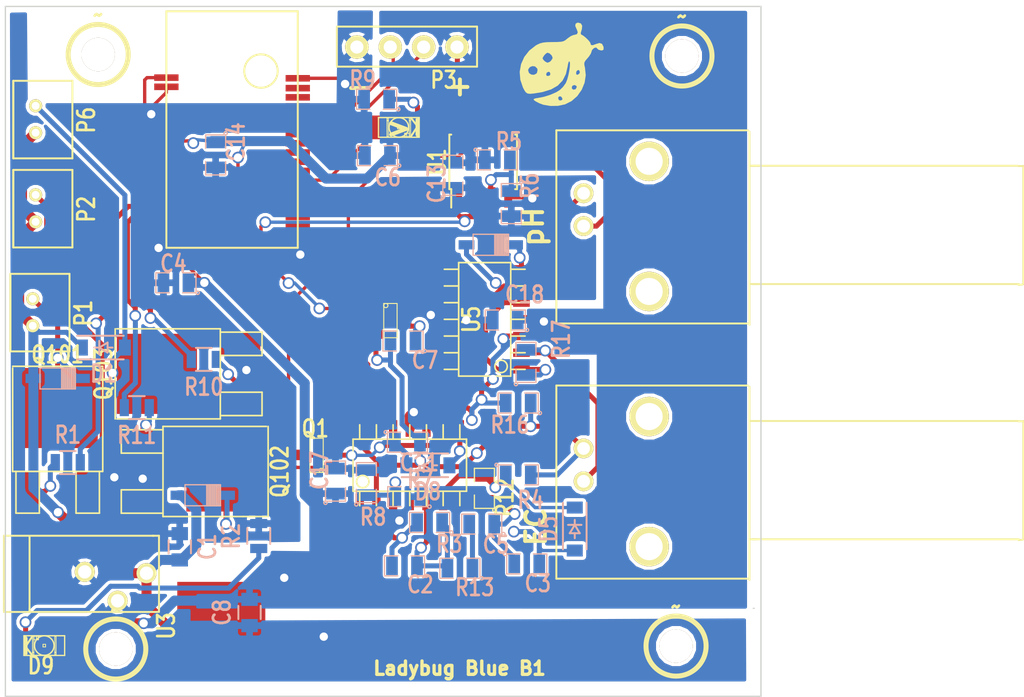
<source format=kicad_pcb>
(kicad_pcb (version 4) (host pcbnew 4.0.1-stable)
  (layers (0 F.Cu signal) (31 B.Cu signal) (34 B.Paste user) (35 F.Paste user) (36 B.SilkS user) (37 F.SilkS user) (38 B.Mask user) (39 F.Mask user) (44 Edge.Cuts user))
  (net 0 "")
  (net 1 "/nRF51822/BLE LED")
  (net 2 /nRF51822/EC_VIN_AIN)
  (net 3 /nRF51822/EC_VOUT_AIN)
  (net 4 /nRF51822/FET_VIN_pin)
  (net 5 /nRF51822/FET_VOUT_pin)
  (net 6 /nRF51822/SWCLK)
  (net 7 /nRF51822/SWD)
  (net 8 /nRF51822/VGND_EC)
  (net 9 /nRF51822/VGND_pH)
  (net 10 /nRF51822/pH_AIN)
  (net 11 /sensors/EC/AC/G1)
  (net 12 /sensors/EC/AC/W_Vin+)
  (net 13 /sensors/EC/AC/W_Vin-)
  (net 14 /sensors/EC/AC/W_Vout)
  (net 15 /sensors/EC/AC/f1)
  (net 16 /sensors/EC/Rectify/EC_VIN)
  (net 17 /sensors/EC/Rectify/R_VIN_-)
  (net 18 /sensors/EC/Rectify/R_VIN_out)
  (net 19 /sensors/EC/Rectify_VOUT/EC_VOUT)
  (net 20 /sensors/EC/Rectify_VOUT/R_VOUT_-)
  (net 21 /sensors/EC/Rectify_VOUT/R_VOUT_OUT)
  (net 22 /sensors/EC_ProbeIN)
  (net 23 /sensors/pH_ProbeIN)
  (net 24 GND)
  (net 25 "Net-(D3-Pad2)")
  (net 26 "Net-(R5-Pad2)")
  (net 27 "Net-(R7-Pad2)")
  (net 28 "Net-(U2-Pad16)")
  (net 29 "Net-(U2-Pad15)")
  (net 30 "Net-(U2-Pad6)")
  (net 31 "Net-(U2-Pad7)")
  (net 32 "Net-(U2-Pad8)")
  (net 33 "Net-(U2-Pad9)")
  (net 34 "Net-(U2-Pad41)")
  (net 35 "Net-(U2-Pad40)")
  (net 36 "Net-(U2-Pad39)")
  (net 37 "Net-(U2-Pad38)")
  (net 38 "Net-(U2-Pad37)")
  (net 39 "Net-(U2-Pad34)")
  (net 40 "Net-(U2-Pad33)")
  (net 41 "Net-(U2-Pad32)")
  (net 42 "Net-(U2-Pad30)")
  (net 43 "Net-(U2-Pad29)")
  (net 44 "Net-(U2-Pad4)")
  (net 45 "Net-(U2-Pad5)")
  (net 46 pumpPWR)
  (net 47 µPWR)
  (net 48 /Pumps/pump3)
  (net 49 /Pumps/pump1)
  (net 50 /Pumps/pump2)
  (net 51 "Net-(D9-Pad2)")
  (net 52 "Net-(Q101-Pad1)")
  (net 53 "Net-(Q102-Pad1)")
  (net 54 "Net-(Q103-Pad1)")
  (net 55 /Pumps/pump1_pin)
  (net 56 /Pumps/pump3_pin)
  (net 57 /Pumps/pump2_pin)
  (net 58 "Net-(U2-Pad18)")
  (net 59 "Net-(U2-Pad28)")
  (net 60 "Net-(U2-Pad27)")
  (net 61 "Net-(U2-Pad26)")
  (module SM0805 (layer B.Cu) (at 159.0225 180.18 180)
    (fp_text reference R16 (at 0.61976 -1.6637 180) (layer B.SilkS) (effects (font (size 1.27 1.016) (thickness 0.2032))))
    (fp_text value 10K hide)
    (pad 1 smd rect (at -0.9525 0 180) (size 0.889 1.397) (layers B.Cu B.Paste B.Mask) (net 8 /nRF51822/VGND_EC))
    (pad 2 smd rect (at 0.9525 0 180) (size 0.889 1.397) (layers B.Cu B.Paste B.Mask) (net 16 /sensors/EC/Rectify/EC_VIN))
  )
  (module Resistors_SMD:R_0805 (layer B.Cu) (at 139.28 190.3 270)
    (fp_text reference R2 (at 0 2.1 270) (layer B.SilkS) (effects (font (size 1.27 1.016) (thickness 0.2032))))
    (fp_text value 330 hide)
    (pad 1 smd rect (at -0.95 0 270) (size 0.7 1.3) (layers B.Cu B.Paste B.Mask) (net 24 GND))
    (pad 2 smd rect (at 0.95 0 270) (size 0.7 1.3) (layers B.Cu B.Paste B.Mask) (net 51 "Net-(D9-Pad2)"))
  )
  (module SM0805 (layer B.Cu) (at 132.98 171.03 180)
    (fp_text reference C4 (at 0.19304 1.45542 180) (layer B.SilkS) (effects (font (size 1.27 1.016) (thickness 0.2032))))
    (fp_text value .1u hide)
    (pad 1 smd rect (at -0.9525 0 180) (size 0.889 1.397) (layers B.Cu B.Paste B.Mask) (net 47 µPWR))
    (pad 2 smd rect (at 0.9525 0 180) (size 0.889 1.397) (layers B.Cu B.Paste B.Mask) (net 24 GND))
  )
  (module Capacitors_SMD:C_0805 (layer B.Cu) (at 133.27 191.12 90)
    (fp_text reference C1 (at 0 2.1 90) (layer B.SilkS) (effects (font (size 1.27 1.016) (thickness 0.2032))))
    (fp_text value .1u hide)
    (pad 1 smd rect (at -1 0 90) (size 1 1.25) (layers B.Cu B.Paste B.Mask) (net 46 pumpPWR))
    (pad 2 smd rect (at 1 0 90) (size 1 1.25) (layers B.Cu B.Paste B.Mask) (net 24 GND))
  )
  (module LettuceBuddy:LB_BarrelJack (layer F.Cu) (at 119.84 190.33)
    (fp_text reference CON1 hide)
    (fp_text value BARREL_JACK hide)
    (pad 2 thru_hole circle (at 6.2 2.7 180) (size 1.524 1.524) (drill 1.016) (layers *.Cu *.Mask F.SilkS) (net 24 GND))
    (pad 3 thru_hole circle (at 8.7 4.9 180) (size 1.524 1.524) (drill 1.016) (layers *.Cu *.Mask F.SilkS) (net 24 GND))
    (pad 1 thru_hole circle (at 10.9 2.8 180) (size 1.524 1.524) (drill 1.016) (layers *.Cu *.Mask F.SilkS) (net 46 pumpPWR))
  )
  (module LB_BNC (layer F.Cu) (at 164.00018 186.13882 90)
    (fp_text reference P5 hide)
    (fp_text value BNC hide)
    (pad 1 thru_hole circle (at 0 0 90) (size 1.5 1.5) (drill 0.98) (layers *.Cu *.Mask F.SilkS) (net 22 /sensors/EC_ProbeIN))
    (pad 2 thru_hole circle (at 2.5 0 90) (size 1.5 1.5) (drill 0.97) (layers *.Cu *.Mask F.SilkS) (net 8 /nRF51822/VGND_EC))
    (pad 4 thru_hole circle (at 4.9284 4.99144 90) (size 3 3) (drill 2.06) (layers *.Cu *.Mask F.SilkS))
    (pad 3 thru_hole circle (at -4.9716 4.99144 90) (size 3 3) (drill 2.06) (layers *.Cu *.Mask F.SilkS))
  )
  (module LB_BNC (layer F.Cu) (at 164.00018 166.71798 90)
    (fp_text reference P4 hide)
    (fp_text value BNC hide)
    (pad 1 thru_hole circle (at 0 0 90) (size 1.5 1.5) (drill 0.98) (layers *.Cu *.Mask F.SilkS) (net 23 /sensors/pH_ProbeIN))
    (pad 2 thru_hole circle (at 2.5 0 90) (size 1.5 1.5) (drill 0.97) (layers *.Cu *.Mask F.SilkS) (net 9 /nRF51822/VGND_pH))
    (pad 4 thru_hole circle (at 4.9284 4.99144 90) (size 3 3) (drill 2.06) (layers *.Cu *.Mask F.SilkS))
    (pad 3 thru_hole circle (at -4.9716 4.99144 90) (size 3 3) (drill 2.06) (layers *.Cu *.Mask F.SilkS))
  )
  (module SOD-123 (layer B.Cu) (at 156.94 168.14)
    (fp_text reference D7 hide)
    (fp_text value D hide)
    (pad 1 smd rect (at -1.84912 0) (size 1.19888 0.70104) (layers B.Cu B.Paste B.Mask) (net 20 /sensors/EC/Rectify_VOUT/R_VOUT_-) (clearance 0.14986))
    (pad 2 smd rect (at 1.84912 0) (size 1.19888 0.70104) (layers B.Cu B.Paste B.Mask) (net 21 /sensors/EC/Rectify_VOUT/R_VOUT_OUT) (clearance 0.14986))
  )
  (module SOD-123 (layer B.Cu) (at 123.98 178.31)
    (fp_text reference D2 hide)
    (fp_text value D hide)
    (pad 1 smd rect (at -1.84912 0) (size 1.19888 0.70104) (layers B.Cu B.Paste B.Mask) (net 46 pumpPWR) (clearance 0.14986))
    (pad 2 smd rect (at 1.84912 0) (size 1.19888 0.70104) (layers B.Cu B.Paste B.Mask) (net 49 /Pumps/pump1) (clearance 0.14986))
  )
  (module SOD-123 (layer B.Cu) (at 135.02 187.2)
    (fp_text reference D6 hide)
    (fp_text value D hide)
    (pad 1 smd rect (at -1.84912 0) (size 1.19888 0.70104) (layers B.Cu B.Paste B.Mask) (net 46 pumpPWR) (clearance 0.14986))
    (pad 2 smd rect (at 1.84912 0) (size 1.19888 0.70104) (layers B.Cu B.Paste B.Mask) (net 50 /Pumps/pump2) (clearance 0.14986))
  )
  (module SM0805 (layer F.Cu) (at 156.45384 186.67476 90)
    (fp_text reference R12 (at -0.6985 1.55702 90) (layer F.SilkS) (effects (font (size 1.27 1.016) (thickness 0.2032))))
    (fp_text value 22K hide)
    (pad 1 smd rect (at -0.9525 0 90) (size 0.889 1.397) (layers F.Cu F.Paste F.Mask) (net 14 /sensors/EC/AC/W_Vout))
    (pad 2 smd rect (at 0.9525 0 90) (size 0.889 1.397) (layers F.Cu F.Paste F.Mask) (net 13 /sensors/EC/AC/W_Vin-))
  )
  (module SM0805 (layer B.Cu) (at 150.37308 192.57264 180)
    (fp_text reference C2 (at -1.20142 -1.42494 180) (layer B.SilkS) (effects (font (size 1.27 1.016) (thickness 0.2032))))
    (fp_text value .1u hide)
    (pad 1 smd rect (at -0.9525 0 180) (size 0.889 1.397) (layers B.Cu B.Paste B.Mask) (net 12 /sensors/EC/AC/W_Vin+))
    (pad 2 smd rect (at 0.9525 0 180) (size 0.889 1.397) (layers B.Cu B.Paste B.Mask) (net 8 /nRF51822/VGND_EC))
  )
  (module SM0805 (layer B.Cu) (at 159.6771 192.42532)
    (fp_text reference C3 (at 0.84074 1.48336) (layer B.SilkS) (effects (font (size 1.27 1.016) (thickness 0.2032))))
    (fp_text value .1u hide)
    (pad 1 smd rect (at -0.9525 0) (size 0.889 1.397) (layers B.Cu B.Paste B.Mask) (net 14 /sensors/EC/AC/W_Vout))
    (pad 2 smd rect (at 0.9525 0) (size 0.889 1.397) (layers B.Cu B.Paste B.Mask) (net 11 /sensors/EC/AC/G1))
  )
  (module SM0805 (layer B.Cu) (at 156.25064 189.39256 180)
    (fp_text reference C5 (at -1.08458 -1.58242 180) (layer B.SilkS) (effects (font (size 1.27 1.016) (thickness 0.2032))))
    (fp_text value .1u hide)
    (pad 1 smd rect (at -0.9525 0 180) (size 0.889 1.397) (layers B.Cu B.Paste B.Mask) (net 14 /sensors/EC/AC/W_Vout))
    (pad 2 smd rect (at 0.9525 0 180) (size 0.889 1.397) (layers B.Cu B.Paste B.Mask) (net 15 /sensors/EC/AC/f1))
  )
  (module SM0805 (layer B.Cu) (at 154.59202 192.75552 180)
    (fp_text reference R13 (at -1.12522 -1.45542 180) (layer B.SilkS) (effects (font (size 1.27 1.016) (thickness 0.2032))))
    (fp_text value 1K hide)
    (pad 1 smd rect (at -0.9525 0 180) (size 0.889 1.397) (layers B.Cu B.Paste B.Mask) (net 15 /sensors/EC/AC/f1))
    (pad 2 smd rect (at 0.9525 0 180) (size 0.889 1.397) (layers B.Cu B.Paste B.Mask) (net 12 /sensors/EC/AC/W_Vin+))
  )
  (module SM0805 (layer B.Cu) (at 159.03 185.65)
    (fp_text reference R4 (at 0.94234 1.91516) (layer B.SilkS) (effects (font (size 1.27 1.016) (thickness 0.2032))))
    (fp_text value 10K hide)
    (pad 1 smd rect (at -0.9525 0) (size 0.889 1.397) (layers B.Cu B.Paste B.Mask) (net 13 /sensors/EC/AC/W_Vin-))
    (pad 2 smd rect (at 0.9525 0) (size 0.889 1.397) (layers B.Cu B.Paste B.Mask) (net 8 /nRF51822/VGND_EC))
  )
  (module SM0805 (layer B.Cu) (at 159.61614 177.0888 90)
    (fp_text reference R17 (at 1.75514 2.6797 90) (layer B.SilkS) (effects (font (size 1.27 1.016) (thickness 0.2032))))
    (fp_text value "1K .5%" hide)
    (pad 1 smd rect (at -0.9525 0 90) (size 0.889 1.397) (layers B.Cu B.Paste B.Mask) (net 19 /sensors/EC/Rectify_VOUT/EC_VOUT))
    (pad 2 smd rect (at 0.9525 0 90) (size 0.889 1.397) (layers B.Cu B.Paste B.Mask) (net 22 /sensors/EC_ProbeIN))
  )
  (module SM0805 (layer B.Cu) (at 158.0388 173.863 180)
    (fp_text reference C18 (at -1.48082 1.92786 180) (layer B.SilkS) (effects (font (size 1.27 1.016) (thickness 0.2032))))
    (fp_text value .1u hide)
    (pad 1 smd rect (at -0.9525 0 180) (size 0.889 1.397) (layers B.Cu B.Paste B.Mask) (net 47 µPWR))
    (pad 2 smd rect (at 0.9525 0 180) (size 0.889 1.397) (layers B.Cu B.Paste B.Mask) (net 24 GND))
  )
  (module SM0805 (layer B.Cu) (at 150.5966 183.1594)
    (fp_text reference C11 (at 0.90678 1.55194) (layer B.SilkS) (effects (font (size 1.27 1.016) (thickness 0.2032))))
    (fp_text value .1u hide)
    (pad 1 smd rect (at -0.9525 0) (size 0.889 1.397) (layers B.Cu B.Paste B.Mask) (net 17 /sensors/EC/Rectify/R_VIN_-))
    (pad 2 smd rect (at 0.9525 0) (size 0.889 1.397) (layers B.Cu B.Paste B.Mask) (net 8 /nRF51822/VGND_EC))
  )
  (module SM0805 (layer B.Cu) (at 150.25878 175.4632 180)
    (fp_text reference C7 (at -1.67386 -1.46304 180) (layer B.SilkS) (effects (font (size 1.27 1.016) (thickness 0.2032))))
    (fp_text value .1u hide)
    (pad 1 smd rect (at -0.9525 0 180) (size 0.889 1.397) (layers B.Cu B.Paste B.Mask) (net 20 /sensors/EC/Rectify_VOUT/R_VOUT_-))
    (pad 2 smd rect (at 0.9525 0 180) (size 0.889 1.397) (layers B.Cu B.Paste B.Mask) (net 8 /nRF51822/VGND_EC))
  )
  (module SM0805 (layer B.Cu) (at 152.2857 189.2681 180)
    (fp_text reference R3 (at -1.49352 -1.64846 180) (layer B.SilkS) (effects (font (size 1.27 1.016) (thickness 0.2032))))
    (fp_text value 1K hide)
    (pad 1 smd rect (at -0.9525 0 180) (size 0.889 1.397) (layers B.Cu B.Paste B.Mask) (net 12 /sensors/EC/AC/W_Vin+))
    (pad 2 smd rect (at 0.9525 0 180) (size 0.889 1.397) (layers B.Cu B.Paste B.Mask) (net 8 /nRF51822/VGND_EC))
  )
  (module SM0805 (layer B.Cu) (at 150.62454 187.30468 180)
    (fp_text reference R7 (at -0.95546 1.27468 180) (layer B.SilkS) (effects (font (size 1.27 1.016) (thickness 0.2032))))
    (fp_text value 1K hide)
    (pad 1 smd rect (at -0.9525 0 180) (size 0.889 1.397) (layers B.Cu B.Paste B.Mask) (net 47 µPWR))
    (pad 2 smd rect (at 0.9525 0 180) (size 0.889 1.397) (layers B.Cu B.Paste B.Mask) (net 27 "Net-(R7-Pad2)"))
  )
  (module SM0805 (layer B.Cu) (at 147.46986 186.24042 90)
    (fp_text reference R8 (at -2.60858 0.51562 180) (layer B.SilkS) (effects (font (size 1.27 1.016) (thickness 0.2032))))
    (fp_text value 1K hide)
    (pad 1 smd rect (at -0.9525 0 90) (size 0.889 1.397) (layers B.Cu B.Paste B.Mask) (net 27 "Net-(R7-Pad2)"))
    (pad 2 smd rect (at 0.9525 0 90) (size 0.889 1.397) (layers B.Cu B.Paste B.Mask) (net 24 GND))
  )
  (module SM0805 (layer B.Cu) (at 145.12036 186.12104 90)
    (fp_text reference C17 (at 0.82104 -1.22036 90) (layer B.SilkS) (effects (font (size 1.27 1.016) (thickness 0.2032))))
    (fp_text value .1u hide)
    (pad 1 smd rect (at -0.9525 0 90) (size 0.889 1.397) (layers B.Cu B.Paste B.Mask) (net 47 µPWR))
    (pad 2 smd rect (at 0.9525 0 90) (size 0.889 1.397) (layers B.Cu B.Paste B.Mask) (net 24 GND))
  )
  (module SM0805 (layer B.Cu) (at 157.4419 161.67354)
    (fp_text reference R5 (at 0.8763 -1.39954) (layer B.SilkS) (effects (font (size 1.27 1.016) (thickness 0.2032))))
    (fp_text value 1K hide)
    (pad 1 smd rect (at -0.9525 0) (size 0.889 1.397) (layers B.Cu B.Paste B.Mask) (net 47 µPWR))
    (pad 2 smd rect (at 0.9525 0) (size 0.889 1.397) (layers B.Cu B.Paste B.Mask) (net 26 "Net-(R5-Pad2)"))
  )
  (module SM0805 (layer B.Cu) (at 158.50108 165.00348 270)
    (fp_text reference R6 (at -1.35128 -1.41732 270) (layer B.SilkS) (effects (font (size 1.27 1.016) (thickness 0.2032))))
    (fp_text value 1K hide)
    (pad 1 smd rect (at -0.9525 0 270) (size 0.889 1.397) (layers B.Cu B.Paste B.Mask) (net 26 "Net-(R5-Pad2)"))
    (pad 2 smd rect (at 0.9525 0 270) (size 0.889 1.397) (layers B.Cu B.Paste B.Mask) (net 24 GND))
  )
  (module SM0805 (layer B.Cu) (at 148.31568 161.35096 180)
    (fp_text reference C6 (at -0.78486 -1.6637 180) (layer B.SilkS) (effects (font (size 1.27 1.016) (thickness 0.2032))))
    (fp_text value .1u hide)
    (pad 1 smd rect (at -0.9525 0 180) (size 0.889 1.397) (layers B.Cu B.Paste B.Mask) (net 47 µPWR))
    (pad 2 smd rect (at 0.9525 0 180) (size 0.889 1.397) (layers B.Cu B.Paste B.Mask) (net 24 GND))
  )
  (module SM0805 (layer B.Cu) (at 154.05 162.85 90)
    (fp_text reference C13 (at -0.63754 -1.22174 90) (layer B.SilkS) (effects (font (size 1.27 1.016) (thickness 0.2032))))
    (fp_text value .1u hide)
    (pad 1 smd rect (at -0.9525 0 90) (size 0.889 1.397) (layers B.Cu B.Paste B.Mask) (net 24 GND))
    (pad 2 smd rect (at 0.9525 0 90) (size 0.889 1.397) (layers B.Cu B.Paste B.Mask) (net 47 µPWR))
  )
  (module LB_MCP6244 (layer F.Cu) (at 156.4767 173.8122 90)
    (fp_text reference U5 (at 0 -1.016 90) (layer F.SilkS) (effects (font (size 1.27 1.016) (thickness 0.2032))))
    (fp_text value MCP6244 hide)
    (pad 1 smd rect (at -3.81 2.794 90) (size 0.635 1.27) (layers F.Cu F.Paste F.Mask) (net 19 /sensors/EC/Rectify_VOUT/EC_VOUT))
    (pad 2 smd rect (at -2.54 2.794 90) (size 0.635 1.27) (layers F.Cu F.Paste F.Mask) (net 22 /sensors/EC_ProbeIN))
    (pad 3 smd rect (at -1.27 2.794 90) (size 0.635 1.27) (layers F.Cu F.Paste F.Mask) (net 16 /sensors/EC/Rectify/EC_VIN))
    (pad 4 smd rect (at 0 2.794 90) (size 0.635 1.27) (layers F.Cu F.Paste F.Mask) (net 47 µPWR))
    (pad 5 smd rect (at 1.27 2.794 90) (size 0.635 1.27) (layers F.Cu F.Paste F.Mask) (net 19 /sensors/EC/Rectify_VOUT/EC_VOUT))
    (pad 6 smd rect (at 2.54 2.794 90) (size 0.635 1.27) (layers F.Cu F.Paste F.Mask) (net 20 /sensors/EC/Rectify_VOUT/R_VOUT_-))
    (pad 7 smd rect (at 3.81 2.794 90) (size 0.635 1.27) (layers F.Cu F.Paste F.Mask) (net 21 /sensors/EC/Rectify_VOUT/R_VOUT_OUT))
    (pad 8 smd rect (at 3.81 -2.794 90) (size 0.635 1.27) (layers F.Cu F.Paste F.Mask) (net 3 /nRF51822/EC_VOUT_AIN))
    (pad 9 smd rect (at 2.54 -2.794 90) (size 0.635 1.27) (layers F.Cu F.Paste F.Mask) (net 3 /nRF51822/EC_VOUT_AIN))
    (pad 10 smd rect (at 1.27 -2.794 90) (size 0.635 1.27) (layers F.Cu F.Paste F.Mask) (net 20 /sensors/EC/Rectify_VOUT/R_VOUT_-))
    (pad 11 smd rect (at 0 -2.794 90) (size 0.635 1.27) (layers F.Cu F.Paste F.Mask) (net 24 GND))
    (pad 12 smd rect (at -1.27 -2.794 90) (size 0.635 1.27) (layers F.Cu F.Paste F.Mask))
    (pad 13 smd rect (at -2.54 -2.794 90) (size 0.635 1.27) (layers F.Cu F.Paste F.Mask))
    (pad 14 smd rect (at -3.81 -2.794 90) (size 0.635 1.27) (layers F.Cu F.Paste F.Mask))
  )
  (module LB_MCP6244 (layer F.Cu) (at 150.7744 184.912)
    (fp_text reference U4 hide)
    (fp_text value MCP6244 hide)
    (pad 1 smd rect (at -3.81 2.794) (size 0.635 1.27) (layers F.Cu F.Paste F.Mask) (net 8 /nRF51822/VGND_EC))
    (pad 2 smd rect (at -2.54 2.794) (size 0.635 1.27) (layers F.Cu F.Paste F.Mask) (net 8 /nRF51822/VGND_EC))
    (pad 3 smd rect (at -1.27 2.794) (size 0.635 1.27) (layers F.Cu F.Paste F.Mask) (net 27 "Net-(R7-Pad2)"))
    (pad 4 smd rect (at 0 2.794) (size 0.635 1.27) (layers F.Cu F.Paste F.Mask) (net 47 µPWR))
    (pad 5 smd rect (at 1.27 2.794) (size 0.635 1.27) (layers F.Cu F.Paste F.Mask) (net 12 /sensors/EC/AC/W_Vin+))
    (pad 6 smd rect (at 2.54 2.794) (size 0.635 1.27) (layers F.Cu F.Paste F.Mask) (net 13 /sensors/EC/AC/W_Vin-))
    (pad 7 smd rect (at 3.81 2.794) (size 0.635 1.27) (layers F.Cu F.Paste F.Mask) (net 14 /sensors/EC/AC/W_Vout))
    (pad 8 smd rect (at 3.81 -2.794) (size 0.635 1.27) (layers F.Cu F.Paste F.Mask) (net 18 /sensors/EC/Rectify/R_VIN_out))
    (pad 9 smd rect (at 2.54 -2.794) (size 0.635 1.27) (layers F.Cu F.Paste F.Mask) (net 17 /sensors/EC/Rectify/R_VIN_-))
    (pad 10 smd rect (at 1.27 -2.794) (size 0.635 1.27) (layers F.Cu F.Paste F.Mask) (net 16 /sensors/EC/Rectify/EC_VIN))
    (pad 11 smd rect (at 0 -2.794) (size 0.635 1.27) (layers F.Cu F.Paste F.Mask) (net 24 GND))
    (pad 12 smd rect (at -1.27 -2.794) (size 0.635 1.27) (layers F.Cu F.Paste F.Mask) (net 17 /sensors/EC/Rectify/R_VIN_-))
    (pad 13 smd rect (at -2.54 -2.794) (size 0.635 1.27) (layers F.Cu F.Paste F.Mask) (net 2 /nRF51822/EC_VIN_AIN))
    (pad 14 smd rect (at -3.81 -2.794) (size 0.635 1.27) (layers F.Cu F.Paste F.Mask) (net 2 /nRF51822/EC_VIN_AIN))
  )
  (module LB_MOSFET (layer F.Cu) (at 143.68018 184.12968 90)
    (fp_text reference Q1 (at 1.99898 -0.09906 180) (layer F.SilkS) (effects (font (size 1.27 1.016) (thickness 0.2032))))
    (fp_text value LB_MOSFET_N hide)
    (pad D smd rect (at 0 -1.09982 90) (size 0.8001 1.00076) (layers F.Cu F.Paste F.Mask) (net 17 /sensors/EC/Rectify/R_VIN_-))
    (pad S smd rect (at 0.9525 1.09982 90) (size 0.8001 1.00076) (layers F.Cu F.Paste F.Mask) (net 8 /nRF51822/VGND_EC))
    (pad G smd rect (at -0.9525 1.09982 90) (size 0.8001 1.00076) (layers F.Cu F.Paste F.Mask) (net 4 /nRF51822/FET_VIN_pin))
  )
  (module LB_MOSFET (layer F.Cu) (at 149.3012 173.9392 270)
    (fp_text reference Q4 hide)
    (fp_text value LB_MOSFET_N hide)
    (pad D smd rect (at 0 -1.09982 270) (size 0.8001 1.00076) (layers F.Cu F.Paste F.Mask) (net 20 /sensors/EC/Rectify_VOUT/R_VOUT_-))
    (pad S smd rect (at 0.9525 1.09982 270) (size 0.8001 1.00076) (layers F.Cu F.Paste F.Mask) (net 8 /nRF51822/VGND_EC))
    (pad G smd rect (at -0.9525 1.09982 270) (size 0.8001 1.00076) (layers F.Cu F.Paste F.Mask) (net 5 /nRF51822/FET_VOUT_pin))
  )
  (module SM0805 (layer B.Cu) (at 136 161.3 270)
    (fp_text reference C14 (at -0.98806 -1.55702 270) (layer B.SilkS) (effects (font (size 1.27 1.016) (thickness 0.2032))))
    (fp_text value 1u hide)
    (pad 1 smd rect (at -0.9525 0 270) (size 0.889 1.397) (layers B.Cu B.Paste B.Mask) (net 47 µPWR))
    (pad 2 smd rect (at 0.9525 0 270) (size 0.889 1.397) (layers B.Cu B.Paste B.Mask) (net 24 GND))
  )
  (module SM0805 (layer B.Cu) (at 148.25218 157.06344 180)
    (fp_text reference R9 (at 1.0668 1.49352 180) (layer B.SilkS) (effects (font (size 1.27 1.016) (thickness 0.2032))))
    (fp_text value 1K hide)
    (pad 1 smd rect (at -0.9525 0 180) (size 0.889 1.397) (layers B.Cu B.Paste B.Mask) (net 25 "Net-(D3-Pad2)"))
    (pad 2 smd rect (at 0.9525 0 180) (size 0.889 1.397) (layers B.Cu B.Paste B.Mask) (net 24 GND))
  )
  (module LB_LED-1206 (layer F.Cu) (at 149.94128 159.20466)
    (fp_text reference D3 hide)
    (fp_text value LED hide)
    (pad 1 smd rect (at -1.41986 0) (size 1.59766 1.80086) (layers F.Cu F.Paste F.Mask) (net 1 "/nRF51822/BLE LED"))
    (pad 2 smd rect (at 1.41986 0) (size 1.59766 1.80086) (layers F.Cu F.Paste F.Mask) (net 25 "Net-(D3-Pad2)"))
  )
  (module LB_MDBT40 (layer F.Cu) (at 139.45108 154.91714)
    (fp_text reference U2 hide)
    (fp_text value MDBT40 hide)
    (pad 17 smd rect (at -3.5 13.55) (size 0.5 1.85) (layers F.Cu F.Paste F.Mask) (net 4 /nRF51822/FET_VIN_pin))
    (pad 16 smd rect (at -4.2 13.55) (size 0.5 1.85) (layers F.Cu F.Paste F.Mask) (net 28 "Net-(U2-Pad16)"))
    (pad 15 smd rect (at -4.9 13.55) (size 0.5 1.85) (layers F.Cu F.Paste F.Mask) (net 29 "Net-(U2-Pad15)"))
    (pad 14 smd rect (at -5.6 13.55) (size 0.5 1.85) (layers F.Cu F.Paste F.Mask) (net 47 µPWR))
    (pad 1 smd rect (at -7.2 0.5) (size 1.85 0.5) (layers F.Cu F.Paste F.Mask) (net 24 GND))
    (pad 2 smd rect (at -7.2 1.2) (size 1.85 0.5) (layers F.Cu F.Paste F.Mask) (net 24 GND))
    (pad 3 smd rect (at -7.15 5.4) (size 1.85 0.5) (layers F.Cu F.Paste F.Mask) (net 47 µPWR))
    (pad 4 smd rect (at -7.15 6.1) (size 1.85 0.5) (layers F.Cu F.Paste F.Mask) (net 44 "Net-(U2-Pad4)"))
    (pad 5 smd rect (at -7.15 6.8) (size 1.85 0.5) (layers F.Cu F.Paste F.Mask) (net 45 "Net-(U2-Pad5)"))
    (pad 6 smd rect (at -7.15 7.5) (size 1.85 0.5) (layers F.Cu F.Paste F.Mask) (net 30 "Net-(U2-Pad6)"))
    (pad 7 smd rect (at -7.15 8.2) (size 1.85 0.5) (layers F.Cu F.Paste F.Mask) (net 31 "Net-(U2-Pad7)"))
    (pad 8 smd rect (at -7.15 8.9) (size 1.85 0.5) (layers F.Cu F.Paste F.Mask) (net 32 "Net-(U2-Pad8)"))
    (pad 9 smd rect (at -7.15 9.6) (size 1.85 0.5) (layers F.Cu F.Paste F.Mask) (net 33 "Net-(U2-Pad9)"))
    (pad 10 smd rect (at -7.15 10.3) (size 1.85 0.5) (layers F.Cu F.Paste F.Mask) (net 55 /Pumps/pump1_pin))
    (pad 11 smd rect (at -7.15 11) (size 1.85 0.5) (layers F.Cu F.Paste F.Mask) (net 57 /Pumps/pump2_pin))
    (pad 12 smd rect (at -7.15 11.7) (size 1.85 0.5) (layers F.Cu F.Paste F.Mask) (net 56 /Pumps/pump3_pin))
    (pad 42 smd rect (at 2.8 0.55) (size 1.85 0.5) (layers F.Cu F.Paste F.Mask) (net 24 GND))
    (pad 41 smd rect (at 2.8 1.3) (size 1.85 0.5) (layers F.Cu F.Paste F.Mask) (net 34 "Net-(U2-Pad41)"))
    (pad 40 smd rect (at 2.8 2) (size 1.85 0.5) (layers F.Cu F.Paste F.Mask) (net 35 "Net-(U2-Pad40)"))
    (pad 39 smd rect (at 2.8 2.7) (size 1.85 0.5) (layers F.Cu F.Paste F.Mask) (net 36 "Net-(U2-Pad39)"))
    (pad 38 smd rect (at 2.8 3.4) (size 1.85 0.5) (layers F.Cu F.Paste F.Mask) (net 37 "Net-(U2-Pad38)"))
    (pad 37 smd rect (at 2.8 4.1) (size 1.85 0.5) (layers F.Cu F.Paste F.Mask) (net 38 "Net-(U2-Pad37)"))
    (pad 36 smd rect (at 2.8 4.8) (size 1.85 0.5) (layers F.Cu F.Paste F.Mask) (net 6 /nRF51822/SWCLK))
    (pad 35 smd rect (at 2.8 5.5) (size 1.85 0.5) (layers F.Cu F.Paste F.Mask) (net 7 /nRF51822/SWD))
    (pad 34 smd rect (at 2.8 6.2) (size 1.85 0.5) (layers F.Cu F.Paste F.Mask) (net 39 "Net-(U2-Pad34)"))
    (pad 33 smd rect (at 2.8 6.9) (size 1.85 0.5) (layers F.Cu F.Paste F.Mask) (net 40 "Net-(U2-Pad33)"))
    (pad 32 smd rect (at 2.8 7.6) (size 1.85 0.5) (layers F.Cu F.Paste F.Mask) (net 41 "Net-(U2-Pad32)"))
    (pad 31 smd rect (at 2.8 8.3) (size 1.85 0.5) (layers F.Cu F.Paste F.Mask) (net 1 "/nRF51822/BLE LED"))
    (pad 30 smd rect (at 2.8 9) (size 1.85 0.5) (layers F.Cu F.Paste F.Mask) (net 42 "Net-(U2-Pad30)"))
    (pad 29 smd rect (at 2.8 9.7) (size 1.85 0.5) (layers F.Cu F.Paste F.Mask) (net 43 "Net-(U2-Pad29)"))
    (pad 28 smd rect (at 2.8 10.4) (size 1.85 0.5) (layers F.Cu F.Paste F.Mask) (net 59 "Net-(U2-Pad28)"))
    (pad 27 smd rect (at 2.8 11.1) (size 1.85 0.5) (layers F.Cu F.Paste F.Mask) (net 60 "Net-(U2-Pad27)"))
    (pad 26 smd rect (at 2.8 11.8) (size 1.85 0.5) (layers F.Cu F.Paste F.Mask) (net 61 "Net-(U2-Pad26)"))
    (pad 18 smd rect (at -2.8 13.55) (size 0.5 1.85) (layers F.Cu F.Paste F.Mask) (net 58 "Net-(U2-Pad18)"))
    (pad 19 smd rect (at -2.1 13.55) (size 0.5 1.85) (layers F.Cu F.Paste F.Mask) (net 8 /nRF51822/VGND_EC))
    (pad 20 smd rect (at -1.4 13.55) (size 0.5 1.85) (layers F.Cu F.Paste F.Mask) (net 2 /nRF51822/EC_VIN_AIN))
    (pad 21 smd rect (at -0.7 13.55) (size 0.5 1.85) (layers F.Cu F.Paste F.Mask) (net 3 /nRF51822/EC_VOUT_AIN))
    (pad 22 smd rect (at 0 13.55) (size 0.5 1.85) (layers F.Cu F.Paste F.Mask) (net 9 /nRF51822/VGND_pH))
    (pad 23 smd rect (at 0.7 13.55) (size 0.5 1.85) (layers F.Cu F.Paste F.Mask) (net 10 /nRF51822/pH_AIN))
    (pad 24 smd rect (at 1.4 13.55) (size 0.5 1.85) (layers F.Cu F.Paste F.Mask) (net 5 /nRF51822/FET_VOUT_pin))
    (pad 25 smd rect (at 2.1 13.55) (size 0.5 1.85) (layers F.Cu F.Paste F.Mask) (net 24 GND))
    (pad 13 smd rect (at -6.3 13.55) (size 0.5 1.85) (layers F.Cu F.Paste F.Mask) (net 24 GND))
  )
  (module LOGO (layer F.Cu) (at 162.32 154.11)
    (fp_text reference G*** hide)
    (fp_text value LOGO hide)
  )
  (module LB_MOUNTING_HOLE (layer F.Cu) (at 127.0635 153.6573)
    (fp_text reference ~ (at 0 -3.048) (layer F.SilkS) (effects (font (size 1.27 1.016) (thickness 0.2032))))
    (fp_text value P*** hide)
    (pad "" thru_hole circle (at 0 0) (size 2.54 2.54) (drill 2.54) (layers *.Cu F.SilkS))
  )
  (module LB_MOUNTING_HOLE (layer F.Cu) (at 171.4881 153.7716)
    (fp_text reference ~ (at 0 -3.048) (layer F.SilkS) (effects (font (size 1.27 1.016) (thickness 0.2032))))
    (fp_text value P*** hide)
    (pad "" thru_hole circle (at 0 0) (size 2.54 2.54) (drill 2.54) (layers *.Cu F.SilkS))
  )
  (module LB_MOUNTING_HOLE (layer F.Cu) (at 128.4 198.9)
    (fp_text reference ~ (at 0 -3.048) (layer F.SilkS) (effects (font (size 1.27 1.016) (thickness 0.2032))))
    (fp_text value P*** hide)
    (pad "" thru_hole circle (at 0 0) (size 2.54 2.54) (drill 2.54) (layers *.Cu F.SilkS))
  )
  (module LB_MOUNTING_HOLE (layer F.Cu) (at 171.03852 198.67626)
    (fp_text reference ~ (at 0 -3.048) (layer F.SilkS) (effects (font (size 1.27 1.016) (thickness 0.2032))))
    (fp_text value P*** hide)
    (pad "" thru_hole circle (at 0 0) (size 2.54 2.54) (drill 2.54) (layers *.Cu F.SilkS))
  )
  (module Capacitors_SMD:C_0805 (layer B.Cu) (at 138.58 196.12 270)
    (fp_text reference C8 (at 0 2.1 270) (layer B.SilkS) (effects (font (size 1.27 1.016) (thickness 0.2032))))
    (fp_text value 10u hide)
    (pad 1 smd rect (at -1 0 270) (size 1 1.25) (layers B.Cu B.Paste B.Mask) (net 47 µPWR))
    (pad 2 smd rect (at 1 0 270) (size 1 1.25) (layers B.Cu B.Paste B.Mask) (net 24 GND))
  )
  (module Diodes_SMD:SOD-123 (layer B.Cu) (at 127.46 175.96)
    (fp_text reference D1 (at 0 2) (layer B.SilkS) (effects (font (size 1.27 1.016) (thickness 0.2032))))
    (fp_text value D hide)
    (pad 1 smd rect (at -1.635 0) (size 0.91 1.22) (layers B.Cu B.Paste B.Mask) (net 46 pumpPWR))
    (pad 2 smd rect (at 1.635 0) (size 0.91 1.22) (layers B.Cu B.Paste B.Mask) (net 48 /Pumps/pump3))
  )
  (module Diodes_SMD:SOD-123 (layer B.Cu) (at 163.33 189.77 270)
    (fp_text reference D5 (at 0 2 270) (layer B.SilkS) (effects (font (size 1.27 1.016) (thickness 0.2032))))
    (fp_text value D hide)
    (pad 1 smd rect (at -1.635 0 270) (size 0.91 1.22) (layers B.Cu B.Paste B.Mask) (net 13 /sensors/EC/AC/W_Vin-))
    (pad 2 smd rect (at 1.635 0 270) (size 0.91 1.22) (layers B.Cu B.Paste B.Mask) (net 11 /sensors/EC/AC/G1))
  )
  (module LettuceBuddy:LB_LED-1206 (layer F.Cu) (at 122.96 198.64 180)
    (fp_text reference D9 (at 0.254 -1.524 180) (layer F.SilkS) (effects (font (size 1.27 1.016) (thickness 0.2032))))
    (fp_text value LED hide)
    (pad 1 smd rect (at -1.41986 0 180) (size 1.59766 1.80086) (layers F.Cu F.Paste F.Mask) (net 47 µPWR))
    (pad 2 smd rect (at 1.41986 0 180) (size 1.59766 1.80086) (layers F.Cu F.Paste F.Mask) (net 51 "Net-(D9-Pad2)"))
  )
  (module LadybugHydro:PH_CONN_2_POS (layer F.Cu) (at 120.38 176.25 90)
    (fp_text reference P1 (at 2.91 5.56 90) (layer F.SilkS) (effects (font (size 1.27 1.016) (thickness 0.2032))))
    (fp_text value CONN_01X02 hide)
    (pad 1 thru_hole circle (at 1.95 1.7 90) (size 1 1) (drill 0.6) (layers *.Cu *.Mask F.SilkS) (net 46 pumpPWR))
    (pad 2 thru_hole circle (at 4 1.7 90) (size 1 1) (drill 0.6) (layers *.Cu *.Mask F.SilkS) (net 49 /Pumps/pump1))
  )
  (module LadybugHydro:PH_CONN_2_POS (layer F.Cu) (at 120.6 168.34 90)
    (fp_text reference P2 (at 2.91 5.56 90) (layer F.SilkS) (effects (font (size 1.27 1.016) (thickness 0.2032))))
    (fp_text value CONN_01X02 hide)
    (pad 1 thru_hole circle (at 1.95 1.7 90) (size 1 1) (drill 0.6) (layers *.Cu *.Mask F.SilkS) (net 46 pumpPWR))
    (pad 2 thru_hole circle (at 4 1.7 90) (size 1 1) (drill 0.6) (layers *.Cu *.Mask F.SilkS) (net 50 /Pumps/pump2))
  )
  (module LadybugHydro:PH_CONN_2_POS (layer F.Cu) (at 120.6 161.56 90)
    (fp_text reference P6 (at 2.91 5.56 90) (layer F.SilkS) (effects (font (size 1.27 1.016) (thickness 0.2032))))
    (fp_text value CONN_01X02 hide)
    (pad 1 thru_hole circle (at 1.95 1.7 90) (size 1 1) (drill 0.6) (layers *.Cu *.Mask F.SilkS) (net 46 pumpPWR))
    (pad 2 thru_hole circle (at 4 1.7 90) (size 1 1) (drill 0.6) (layers *.Cu *.Mask F.SilkS) (net 48 /Pumps/pump3))
  )
  (module LadybugHydro:DPAK2 (layer F.Cu) (at 123.98 186.91)
    (fp_text reference Q101 (at 0 -10.414) (layer F.SilkS) (effects (font (size 1.27 1.016) (thickness 0.2032))))
    (fp_text value TIP122 hide)
    (pad 1 smd rect (at -2.286 0) (size 1.651 3.048) (layers F.Cu F.Paste F.Mask) (net 52 "Net-(Q101-Pad1)"))
    (pad 2 smd rect (at 0 -6.35) (size 6.096 6.096) (layers F.Cu F.Paste F.Mask) (net 49 /Pumps/pump1))
    (pad 3 smd rect (at 2.286 0) (size 1.651 3.048) (layers F.Cu F.Paste F.Mask) (net 24 GND))
  )
  (module LadybugHydro:DPAK2 (layer F.Cu) (at 130.47 185.39 270)
    (fp_text reference Q102 (at 0 -10.414 270) (layer F.SilkS) (effects (font (size 1.27 1.016) (thickness 0.2032))))
    (fp_text value TIP122 hide)
    (pad 1 smd rect (at -2.286 0 270) (size 1.651 3.048) (layers F.Cu F.Paste F.Mask) (net 53 "Net-(Q102-Pad1)"))
    (pad 2 smd rect (at 0 -6.35 270) (size 6.096 6.096) (layers F.Cu F.Paste F.Mask) (net 50 /Pumps/pump2))
    (pad 3 smd rect (at 2.286 0 270) (size 1.651 3.048) (layers F.Cu F.Paste F.Mask) (net 24 GND))
  )
  (module Resistors_SMD:R_0805 (layer B.Cu) (at 124.75 184.71 180)
    (fp_text reference R1 (at 0 2.1 180) (layer B.SilkS) (effects (font (size 1.27 1.016) (thickness 0.2032))))
    (fp_text value 2.2K hide)
    (pad 1 smd rect (at -0.95 0 180) (size 0.7 1.3) (layers B.Cu B.Paste B.Mask) (net 55 /Pumps/pump1_pin))
    (pad 2 smd rect (at 0.95 0 180) (size 0.7 1.3) (layers B.Cu B.Paste B.Mask) (net 52 "Net-(Q101-Pad1)"))
  )
  (module Resistors_SMD:R_0805 (layer B.Cu) (at 135.1 176.86)
    (fp_text reference R10 (at 0 2.1) (layer B.SilkS) (effects (font (size 1.27 1.016) (thickness 0.2032))))
    (fp_text value 2.2K hide)
    (pad 1 smd rect (at -0.95 0) (size 0.7 1.3) (layers B.Cu B.Paste B.Mask) (net 56 /Pumps/pump3_pin))
    (pad 2 smd rect (at 0.95 0) (size 0.7 1.3) (layers B.Cu B.Paste B.Mask) (net 54 "Net-(Q103-Pad1)"))
  )
  (module Resistors_SMD:R_0805 (layer B.Cu) (at 130 180.53)
    (fp_text reference R11 (at 0 2.1) (layer B.SilkS) (effects (font (size 1.27 1.016) (thickness 0.2032))))
    (fp_text value 2.2K hide)
    (pad 1 smd rect (at -0.95 0) (size 0.7 1.3) (layers B.Cu B.Paste B.Mask) (net 57 /Pumps/pump2_pin))
    (pad 2 smd rect (at 0.95 0) (size 0.7 1.3) (layers B.Cu B.Paste B.Mask) (net 53 "Net-(Q102-Pad1)"))
  )
  (module Diodes_SMD:SOD-123 (layer B.Cu) (at 152.155 184.92)
    (fp_text reference D8 (at 0 2) (layer B.SilkS) (effects (font (size 1.27 1.016) (thickness 0.2032))))
    (fp_text value D hide)
    (pad 1 smd rect (at -1.635 0) (size 0.91 1.22) (layers B.Cu B.Paste B.Mask) (net 17 /sensors/EC/Rectify/R_VIN_-))
    (pad 2 smd rect (at 1.635 0) (size 0.91 1.22) (layers B.Cu B.Paste B.Mask) (net 18 /sensors/EC/Rectify/R_VIN_out))
  )
  (module LadybugHydro:DPAK (layer F.Cu) (at 136.48 197.2 90)
    (fp_text reference U3 (at 0.06 -4.24 90) (layer F.SilkS) (effects (font (size 1.27 1.016) (thickness 0.2032))))
    (fp_text value LD1117 hide)
    (pad 2 smd rect (at 0.06 -0.05 90) (size 6.7 6.7) (layers F.Cu F.Paste F.Mask) (net 46 pumpPWR))
    (pad 1 smd rect (at -2.3 6.6 90) (size 1.6 3) (layers F.Cu F.Paste F.Mask) (net 24 GND))
    (pad 3 smd rect (at 2.3 6.6 90) (size 1.6 3) (layers F.Cu F.Paste F.Mask) (net 47 µPWR))
  )
  (module Housings_SOIC:SOIC-8_3.9x4.9mm_Pitch1.27mm (layer F.Cu) (at 156.36 161.83 90)
    (fp_text reference U1 (at 0 -3.5 90) (layer F.SilkS) (effects (font (size 1.27 1.016) (thickness 0.2032))))
    (fp_text value MCP6242 hide)
    (pad 1 smd rect (at -2.7 -1.905 90) (size 1.55 0.6) (layers F.Cu F.Paste F.Mask) (net 9 /nRF51822/VGND_pH))
    (pad 2 smd rect (at -2.7 -0.635 90) (size 1.55 0.6) (layers F.Cu F.Paste F.Mask) (net 9 /nRF51822/VGND_pH))
    (pad 3 smd rect (at -2.7 0.635 90) (size 1.55 0.6) (layers F.Cu F.Paste F.Mask) (net 26 "Net-(R5-Pad2)"))
    (pad 4 smd rect (at -2.7 1.905 90) (size 1.55 0.6) (layers F.Cu F.Paste F.Mask) (net 24 GND))
    (pad 5 smd rect (at 2.7 1.905 90) (size 1.55 0.6) (layers F.Cu F.Paste F.Mask) (net 23 /sensors/pH_ProbeIN))
    (pad 6 smd rect (at 2.7 0.635 90) (size 1.55 0.6) (layers F.Cu F.Paste F.Mask) (net 10 /nRF51822/pH_AIN))
    (pad 7 smd rect (at 2.7 -0.635 90) (size 1.55 0.6) (layers F.Cu F.Paste F.Mask) (net 10 /nRF51822/pH_AIN))
    (pad 8 smd rect (at 2.7 -1.905 90) (size 1.55 0.6) (layers F.Cu F.Paste F.Mask) (net 47 µPWR))
  )
  (module LadybugHydro:LB_SWD (layer F.Cu) (at 154.37 155.09 180)
    (fp_text reference P3 (at 1.016 -0.508 180) (layer F.SilkS) (effects (font (size 1.27 1.016) (thickness 0.2032))))
    (fp_text value SWD hide)
    (pad 1 thru_hole circle (at 0 2 180) (size 1.78 1.78) (drill 1) (layers *.Cu *.Mask F.SilkS) (net 47 µPWR))
    (pad 2 thru_hole circle (at 2.54 2 180) (size 1.78 1.78) (drill 1) (layers *.Cu *.Mask F.SilkS) (net 7 /nRF51822/SWD))
    (pad 3 thru_hole circle (at 5.08 2 180) (size 1.78 1.78) (drill 1) (layers *.Cu *.Mask F.SilkS) (net 6 /nRF51822/SWCLK))
    (pad 4 thru_hole circle (at 7.62 2 180) (size 1.78 1.78) (drill 1) (layers *.Cu *.Mask F.SilkS) (net 24 GND))
  )
  (module LadybugHydro:DPAK2 (layer F.Cu) (at 137.88 177.96 90)
    (fp_text reference Q103 (at 0 -10.414 90) (layer F.SilkS) (effects (font (size 1.27 1.016) (thickness 0.2032))))
    (fp_text value TIP122 hide)
    (pad 1 smd rect (at -2.286 0 90) (size 1.651 3.048) (layers F.Cu F.Paste F.Mask) (net 54 "Net-(Q103-Pad1)"))
    (pad 2 smd rect (at 0 -6.35 90) (size 6.096 6.096) (layers F.Cu F.Paste F.Mask) (net 48 /Pumps/pump3))
    (pad 3 smd rect (at 2.286 0 90) (size 1.651 3.048) (layers F.Cu F.Paste F.Mask) (net 24 GND))
  )
  (gr_text EC (at 160.3756 189.60084 90) (layer F.SilkS) (effects (font (size 1.5 1.5) (thickness 0.3))))
  (gr_text pH (at 160.1724 166.7637 90) (layer F.SilkS) (effects (font (size 1.5 1.5) (thickness 0.3))))
  (gr_text > (at 149.9235 159.21228) (layer F.SilkS) (effects (font (size 1.5 1.5) (thickness 0.3))))
  (gr_text + (at 154.59 156.02) (layer F.SilkS) (effects (font (size 1.5 1.5) (thickness 0.3))))
  (gr_text - (at 146.88 156.1) (layer F.SilkS) (effects (font (size 1.5 1.5) (thickness 0.3))))
  (gr_text "Ladybug Blue B1" (at 154.56 200.37) (layer F.SilkS) (effects (font (size 1.016 1.016) (thickness 0.254))))
  (gr_line (start 120 202.5) (end 120 150) (angle 90) (layer Edge.Cuts) (width 0.1))
  (gr_line (start 177.5 202.5) (end 120 202.5) (angle 90) (layer Edge.Cuts) (width 0.1))
  (gr_line (start 177.5 150) (end 177.5 202.5) (angle 90) (layer Edge.Cuts) (width 0.1))
  (gr_line (start 120 150) (end 177.5 150) (angle 90) (layer Edge.Cuts) (width 0.1))
  (gr_line (start 176.9872 195.80352) (end 176.91608 195.80352) (angle 90) (layer Edge.Cuts) (width 0.1))
  (segment (start 142.25108 163.21714) (end 144.50894 163.21714) (width 0.254) (layer F.Cu) (net 1))
  (segment (start 144.50894 163.21714) (end 148.52142 159.20466) (width 0.254) (layer F.Cu) (net 1))
  (segment (start 138.05362 168.42904) (end 138.09 168.46542) (width 0.254) (layer F.Cu) (net 2))
  (segment (start 142.23 175.29) (end 145.7 175.29) (width 0.254) (layer F.Cu) (net 2))
  (segment (start 138.09 171.15) (end 142.23 175.29) (width 0.254) (layer F.Cu) (net 2))
  (segment (start 138.09 168.46542) (end 138.09 171.15) (width 0.254) (layer F.Cu) (net 2))
  (segment (start 145.7 175.29) (end 147.64 177.23) (width 0.254) (layer F.Cu) (net 2))
  (segment (start 147.64 177.23) (end 147.64 179.32) (width 0.254) (layer F.Cu) (net 2))
  (segment (start 147.64 179.32) (end 147.64 180.99532) (width 0.254) (layer F.Cu) (net 2))
  (segment (start 147.2184 180.99532) (end 147.64 180.99532) (width 0.254) (layer F.Cu) (net 2))
  (segment (start 147.64 180.99532) (end 148.0185 180.99532) (width 0.254) (layer F.Cu) (net 2))
  (segment (start 146.9644 182.118) (end 146.9644 181.24932) (width 0.254) (layer F.Cu) (net 2))
  (segment (start 148.2344 181.21122) (end 148.2344 182.118) (width 0.254) (layer F.Cu) (net 2))
  (segment (start 148.0185 180.99532) (end 148.2344 181.21122) (width 0.254) (layer F.Cu) (net 2))
  (segment (start 146.9644 181.24932) (end 147.2184 180.99532) (width 0.254) (layer F.Cu) (net 2))
  (segment (start 153.6827 171.2722) (end 152.2778 171.2722) (width 0.254) (layer F.Cu) (net 3))
  (segment (start 152.2778 171.2722) (end 150.58616 172.96384) (width 0.254) (layer F.Cu) (net 3))
  (segment (start 148.9 173.8) (end 148.9 173.87062) (width 0.254) (layer F.Cu) (net 3))
  (segment (start 148.9 173.87062) (end 147.819108 173.87062) (width 0.254) (layer F.Cu) (net 3))
  (segment (start 150.58616 172.96384) (end 149.73616 172.96384) (width 0.254) (layer F.Cu) (net 3))
  (segment (start 149.73616 172.96384) (end 148.9 173.8) (width 0.254) (layer F.Cu) (net 3))
  (segment (start 147.819108 173.87062) (end 147.128228 174.5615) (width 0.254) (layer F.Cu) (net 3))
  (segment (start 147.128228 174.5615) (end 142.6115 174.5615) (width 0.254) (layer F.Cu) (net 3))
  (segment (start 142.6115 174.5615) (end 138.75108 170.70108) (width 0.254) (layer F.Cu) (net 3))
  (segment (start 138.75108 170.70108) (end 138.75108 168.46714) (width 0.254) (layer F.Cu) (net 3))
  (segment (start 153.6827 170.0022) (end 154.50312 170.0022) (width 0.381) (layer F.Cu) (net 3))
  (segment (start 154.50312 170.0022) (end 154.6606 170.15968) (width 0.381) (layer F.Cu) (net 3))
  (segment (start 154.6606 170.15968) (end 154.6606 171.09694) (width 0.381) (layer F.Cu) (net 3))
  (segment (start 154.6606 171.09694) (end 154.48534 171.2722) (width 0.381) (layer F.Cu) (net 3))
  (segment (start 154.48534 171.2722) (end 153.6827 171.2722) (width 0.381) (layer F.Cu) (net 3))
  (segment (start 135.95108 168.46714) (end 135.95108 169.64614) (width 0.254) (layer F.Cu) (net 4))
  (segment (start 135.95108 169.64614) (end 135.96 169.65506) (width 0.254) (layer F.Cu) (net 4))
  (segment (start 135.96 169.65506) (end 135.96 170.71) (width 0.254) (layer F.Cu) (net 4))
  (segment (start 135.96 170.71) (end 141.55 176.3) (width 0.254) (layer F.Cu) (net 4))
  (segment (start 141.55 176.3) (end 141.55 184.502672) (width 0.254) (layer F.Cu) (net 4))
  (segment (start 141.55 184.502672) (end 142.129508 185.08218) (width 0.254) (layer F.Cu) (net 4))
  (segment (start 142.129508 185.08218) (end 144.78 185.08218) (width 0.254) (layer F.Cu) (net 4))
  (segment (start 141.55 171.05) (end 142.01526 171.05) (width 0.254) (layer B.Cu) (net 5))
  (segment (start 140.85108 170.35108) (end 141.55 171.05) (width 0.254) (layer F.Cu) (net 5))
  (via (at 141.55 171.05) (size 0.889) (layers F.Cu B.Cu) (net 5))
  (segment (start 140.85108 168.46714) (end 140.85108 170.35108) (width 0.254) (layer F.Cu) (net 5))
  (segment (start 143.89862 172.9867) (end 147.4089 172.9867) (width 0.254) (layer F.Cu) (net 5))
  (segment (start 143.89354 172.98162) (end 143.89862 172.9867) (width 0.254) (layer F.Cu) (net 5))
  (via (at 143.89354 172.98162) (size 0.889) (layers F.Cu B.Cu) (net 5))
  (segment (start 143.89354 172.92828) (end 143.89354 172.98162) (width 0.254) (layer B.Cu) (net 5))
  (segment (start 142.01526 171.05) (end 143.89354 172.92828) (width 0.254) (layer B.Cu) (net 5))
  (segment (start 146.7367 172.9867) (end 147.50288 172.9867) (width 0.254) (layer F.Cu) (net 5))
  (segment (start 147.50288 172.9867) (end 148.20138 172.9867) (width 0.254) (layer F.Cu) (net 5))
  (segment (start 142.25108 159.71714) (end 144.37166 159.71714) (width 0.254) (layer F.Cu) (net 6))
  (segment (start 144.37166 159.71714) (end 149.51456 154.57424) (width 0.254) (layer F.Cu) (net 6))
  (segment (start 149.51456 154.57424) (end 149.51456 153.23566) (width 0.254) (layer F.Cu) (net 6))
  (segment (start 144.87308 160.41714) (end 152.05456 153.23566) (width 0.254) (layer F.Cu) (net 7))
  (segment (start 142.25108 160.41714) (end 144.87308 160.41714) (width 0.254) (layer F.Cu) (net 7))
  (segment (start 159.9825 185.65) (end 161.989 185.65) (width 0.381) (layer B.Cu) (net 8))
  (segment (start 161.989 185.65) (end 164.00018 183.63882) (width 0.381) (layer B.Cu) (net 8))
  (segment (start 157.93 181.95) (end 159.97 181.95) (width 0.381) (layer F.Cu) (net 8))
  (segment (start 156.333067 183.546933) (end 157.93 181.95) (width 0.381) (layer F.Cu) (net 8))
  (segment (start 155.878568 183.991432) (end 156.323067 183.546933) (width 0.381) (layer F.Cu) (net 8))
  (segment (start 156.323067 183.546933) (end 156.333067 183.546933) (width 0.381) (layer F.Cu) (net 8))
  (segment (start 164.00018 183.63882) (end 162.31136 181.95) (width 0.381) (layer F.Cu) (net 8))
  (segment (start 162.31136 181.95) (end 159.97 181.95) (width 0.381) (layer F.Cu) (net 8))
  (segment (start 159.975 180.18) (end 159.975 181.945) (width 0.381) (layer B.Cu) (net 8))
  (segment (start 159.975 181.945) (end 159.97 181.95) (width 0.381) (layer B.Cu) (net 8))
  (via (at 159.97 181.95) (size 0.889) (drill 0.635) (layers F.Cu B.Cu) (net 8))
  (segment (start 151.5491 183.1594) (end 152.105667 182.602833) (width 0.381) (layer B.Cu) (net 8))
  (segment (start 155.878568 183.991432) (end 156.098568 183.991432) (width 0.381) (layer B.Cu) (net 8))
  (via (at 155.878568 183.991432) (size 0.889) (drill 0.635) (layers F.Cu B.Cu) (net 8))
  (segment (start 154.845501 185.024499) (end 155.878568 183.991432) (width 0.381) (layer F.Cu) (net 8))
  (segment (start 152.016401 185.024499) (end 154.845501 185.024499) (width 0.381) (layer F.Cu) (net 8))
  (segment (start 151.571902 184.58) (end 152.016401 185.024499) (width 0.381) (layer F.Cu) (net 8))
  (segment (start 151.571902 184.58) (end 151.571902 183.182202) (width 0.381) (layer B.Cu) (net 8))
  (segment (start 151.571902 183.182202) (end 151.5491 183.1594) (width 0.381) (layer B.Cu) (net 8))
  (segment (start 148.565 184.915) (end 151.236902 184.915) (width 0.381) (layer F.Cu) (net 8))
  (segment (start 151.236902 184.915) (end 151.571902 184.58) (width 0.381) (layer F.Cu) (net 8))
  (via (at 151.571902 184.58) (size 0.889) (drill 0.635) (layers F.Cu B.Cu) (net 8))
  (segment (start 159.9825 185.65) (end 159.9825 185.396) (width 0.254) (layer B.Cu) (net 8))
  (segment (start 137.35108 168.46714) (end 137.35108 171.40108) (width 0.254) (layer F.Cu) (net 8))
  (segment (start 137.35108 171.40108) (end 142.02 176.07) (width 0.254) (layer F.Cu) (net 8))
  (segment (start 142.02 176.07) (end 143.2 176.07) (width 0.254) (layer F.Cu) (net 8))
  (segment (start 143.2 176.07) (end 144.78 177.65) (width 0.254) (layer F.Cu) (net 8))
  (segment (start 144.78 177.65) (end 144.78 183.17718) (width 0.254) (layer F.Cu) (net 8))
  (segment (start 148.2344 187.706) (end 148.2344 185.2456) (width 0.381) (layer F.Cu) (net 8))
  (segment (start 148.2344 185.2456) (end 148.565 184.915) (width 0.381) (layer F.Cu) (net 8))
  (segment (start 144.78 183.17718) (end 146.82718 183.17718) (width 0.381) (layer F.Cu) (net 8))
  (segment (start 146.82718 183.17718) (end 148.565 184.915) (width 0.381) (layer F.Cu) (net 8))
  (segment (start 148.917637 176.909323) (end 148.28902 176.909323) (width 0.381) (layer B.Cu) (net 8))
  (segment (start 149.269043 176.909323) (end 148.917637 176.909323) (width 0.381) (layer B.Cu) (net 8))
  (segment (start 148.20138 176.821683) (end 148.28902 176.909323) (width 0.381) (layer F.Cu) (net 8))
  (segment (start 148.20138 174.8917) (end 148.20138 176.821683) (width 0.381) (layer F.Cu) (net 8))
  (via (at 148.28902 176.909323) (size 0.889) (drill 0.635) (layers F.Cu B.Cu) (net 8))
  (segment (start 149.30628 176.94656) (end 149.269043 176.909323) (width 0.381) (layer B.Cu) (net 8))
  (segment (start 149.30628 175.4632) (end 149.30628 176.94656) (width 0.381) (layer B.Cu) (net 8))
  (segment (start 149.30628 176.94656) (end 149.30628 177.32756) (width 0.381) (layer B.Cu) (net 8))
  (segment (start 150.18766 181.79796) (end 151.5491 183.1594) (width 0.381) (layer B.Cu) (net 8))
  (segment (start 150.18766 178.20894) (end 150.18766 181.79796) (width 0.381) (layer B.Cu) (net 8))
  (segment (start 149.30628 177.32756) (end 150.18766 178.20894) (width 0.381) (layer B.Cu) (net 8))
  (segment (start 149.30628 176.20628) (end 149.30628 175.4632) (width 0.381) (layer B.Cu) (net 8))
  (segment (start 149.40534 192.5574) (end 149.42058 192.57264) (width 0.381) (layer B.Cu) (net 8))
  (segment (start 144.75968 183.24576) (end 144.70888 183.19496) (width 0.381) (layer F.Cu) (net 8))
  (segment (start 149.42058 192.57264) (end 149.42058 191.20612) (width 0.381) (layer B.Cu) (net 8))
  (segment (start 149.42058 191.20612) (end 150.1902 190.4365) (width 0.381) (layer B.Cu) (net 8))
  (segment (start 149.42058 193.0146) (end 149.42058 192.57264) (width 0.254) (layer B.Cu) (net 8))
  (segment (start 148.12518 188.77026) (end 148.12518 188.976) (width 0.254) (layer F.Cu) (net 8))
  (segment (start 148.12518 188.976) (end 149.58568 190.4365) (width 0.381) (layer F.Cu) (net 8))
  (segment (start 149.58568 190.4365) (end 150.1902 190.4365) (width 0.381) (layer F.Cu) (net 8))
  (via (at 150.1902 190.4365) (size 0.889) (layers F.Cu B.Cu) (net 8))
  (segment (start 151.3332 189.2935) (end 151.3332 189.2681) (width 0.254) (layer B.Cu) (net 8))
  (segment (start 150.1902 190.4365) (end 151.3332 189.2935) (width 0.381) (layer B.Cu) (net 8))
  (segment (start 146.9644 188.71184) (end 147.0152 188.71184) (width 0.381) (layer F.Cu) (net 8))
  (segment (start 147.0152 188.71184) (end 147.22602 188.92266) (width 0.381) (layer F.Cu) (net 8))
  (segment (start 147.22602 188.92266) (end 147.97278 188.92266) (width 0.381) (layer F.Cu) (net 8))
  (segment (start 147.97278 188.92266) (end 148.12518 188.77026) (width 0.381) (layer F.Cu) (net 8))
  (segment (start 148.12518 188.77026) (end 148.2344 188.66104) (width 0.381) (layer F.Cu) (net 8))
  (segment (start 146.9644 188.71184) (end 146.9644 188.4299) (width 0.381) (layer F.Cu) (net 8))
  (segment (start 148.2344 187.706) (end 148.2344 188.66104) (width 0.381) (layer F.Cu) (net 8))
  (segment (start 146.9644 188.4299) (end 146.9644 187.706) (width 0.381) (layer F.Cu) (net 8))
  (segment (start 148.31314 174.88154) (end 148.16836 174.88154) (width 0.381) (layer F.Cu) (net 8))
  (segment (start 151.5491 183.1594) (end 151.5491 183.25846) (width 0.254) (layer B.Cu) (net 8))
  (segment (start 139.45108 168.46714) (end 139.45108 166.74892) (width 0.254) (layer F.Cu) (net 9))
  (segment (start 139.45108 166.74892) (end 139.78 166.42) (width 0.254) (layer F.Cu) (net 9))
  (segment (start 162.21816 166) (end 164.00018 164.21798) (width 0.381) (layer F.Cu) (net 9))
  (segment (start 164.00018 164.21798) (end 164.00018 164.21354) (width 0.254) (layer F.Cu) (net 9))
  (segment (start 139.78 166.42) (end 154.883566 166.42) (width 0.254) (layer B.Cu) (net 9))
  (segment (start 154.883566 166.42) (end 154.951783 166.351783) (width 0.254) (layer B.Cu) (net 9))
  (via (at 139.78 166.42) (size 0.889) (drill 0.635) (layers F.Cu B.Cu) (net 9))
  (segment (start 155 166) (end 162.21816 166) (width 0.381) (layer F.Cu) (net 9))
  (via (at 154.951783 166.351783) (size 0.889) (drill 0.635) (layers F.Cu B.Cu) (net 9))
  (segment (start 154.6 166) (end 155 166) (width 0.381) (layer F.Cu) (net 9))
  (segment (start 155 166) (end 155.3 166) (width 0.381) (layer F.Cu) (net 9))
  (segment (start 155.3 166) (end 155.665 165.635) (width 0.381) (layer F.Cu) (net 9))
  (segment (start 154.395 165.795) (end 154.951783 166.351783) (width 0.381) (layer F.Cu) (net 9))
  (segment (start 154.951783 166.351783) (end 154.6 166) (width 0.381) (layer F.Cu) (net 9))
  (segment (start 154.395 164.494) (end 154.395 165.795) (width 0.381) (layer F.Cu) (net 9))
  (segment (start 155.665 165.635) (end 155.665 164.494) (width 0.381) (layer F.Cu) (net 9))
  (segment (start 149.45 161.4) (end 154.5 161.4) (width 0.254) (layer F.Cu) (net 10))
  (segment (start 146.1 164.75) (end 149.45 161.4) (width 0.254) (layer F.Cu) (net 10))
  (segment (start 146.1 168.1) (end 146.1 164.75) (width 0.254) (layer F.Cu) (net 10))
  (segment (start 142.1 172.1) (end 146.1 168.1) (width 0.254) (layer F.Cu) (net 10))
  (segment (start 141.15 172.1) (end 142.1 172.1) (width 0.254) (layer F.Cu) (net 10))
  (segment (start 140.15108 168.46714) (end 140.15108 171.10108) (width 0.254) (layer F.Cu) (net 10))
  (segment (start 155.665 160.235) (end 155.665 158.906) (width 0.254) (layer F.Cu) (net 10))
  (segment (start 154.5 161.4) (end 155.665 160.235) (width 0.254) (layer F.Cu) (net 10))
  (segment (start 140.15108 171.10108) (end 141.15 172.1) (width 0.254) (layer F.Cu) (net 10))
  (segment (start 155.665 158.906) (end 155.665 157.635) (width 0.381) (layer F.Cu) (net 10))
  (segment (start 156.935 157.735) (end 156.935 158.906) (width 0.381) (layer F.Cu) (net 10))
  (segment (start 156.5 157.3) (end 156.935 157.735) (width 0.381) (layer F.Cu) (net 10))
  (segment (start 156 157.3) (end 156.5 157.3) (width 0.381) (layer F.Cu) (net 10))
  (segment (start 155.665 157.635) (end 156 157.3) (width 0.381) (layer F.Cu) (net 10))
  (segment (start 160.6296 191.17) (end 160.6296 190.63208) (width 0.381) (layer B.Cu) (net 11))
  (segment (start 160.6296 191.17) (end 160.8646 191.405) (width 0.254) (layer B.Cu) (net 11))
  (segment (start 160.6296 192.42532) (end 160.6296 191.17) (width 0.381) (layer B.Cu) (net 11))
  (segment (start 160.8646 191.405) (end 163.33 191.405) (width 0.254) (layer B.Cu) (net 11))
  (segment (start 159.96412 189.9666) (end 158.69412 189.9666) (width 0.381) (layer B.Cu) (net 11))
  (segment (start 160.6296 190.63208) (end 159.96412 189.9666) (width 0.381) (layer B.Cu) (net 11))
  (segment (start 158.69412 189.9666) (end 158.70682 189.9539) (width 0.381) (layer B.Cu) (net 11))
  (via (at 158.69412 189.9666) (size 0.889) (layers F.Cu B.Cu) (net 11))
  (segment (start 153.63952 192.75552) (end 153.63952 189.66942) (width 0.381) (layer B.Cu) (net 12))
  (segment (start 153.63952 189.66942) (end 153.2382 189.2681) (width 0.381) (layer B.Cu) (net 12))
  (segment (start 151.32558 192.57264) (end 153.45664 192.57264) (width 0.381) (layer B.Cu) (net 12))
  (segment (start 153.45664 192.57264) (end 153.63952 192.75552) (width 0.381) (layer B.Cu) (net 12))
  (segment (start 151.32558 192.57264) (end 151.32558 191.49568) (width 0.381) (layer B.Cu) (net 12))
  (segment (start 152.0444 190.77686) (end 152.0444 187.706) (width 0.381) (layer F.Cu) (net 12))
  (segment (start 151.63038 191.19088) (end 152.0444 190.77686) (width 0.381) (layer F.Cu) (net 12))
  (via (at 151.63038 191.19088) (size 0.889) (layers F.Cu B.Cu) (net 12))
  (segment (start 151.32558 191.49568) (end 151.63038 191.19088) (width 0.381) (layer B.Cu) (net 12))
  (segment (start 153.44902 189.47892) (end 153.2382 189.2681) (width 0.381) (layer B.Cu) (net 12))
  (segment (start 157.281064 186.599903) (end 157.281064 186.549484) (width 0.381) (layer F.Cu) (net 13))
  (segment (start 157.281064 186.549484) (end 156.45384 185.72226) (width 0.381) (layer F.Cu) (net 13))
  (segment (start 158.0775 185.65) (end 158.0775 185.803467) (width 0.381) (layer B.Cu) (net 13))
  (segment (start 158.0775 185.803467) (end 157.281064 186.599903) (width 0.381) (layer B.Cu) (net 13))
  (via (at 157.281064 186.599903) (size 0.889) (drill 0.635) (layers F.Cu B.Cu) (net 13))
  (segment (start 163.33 188.135) (end 160.3085 188.135) (width 0.254) (layer B.Cu) (net 13))
  (segment (start 160.3085 188.135) (end 158.0775 185.904) (width 0.254) (layer B.Cu) (net 13))
  (segment (start 158.0775 185.904) (end 158.0775 185.65) (width 0.254) (layer B.Cu) (net 13))
  (segment (start 156.45384 185.72226) (end 154.50566 185.72226) (width 0.381) (layer F.Cu) (net 13))
  (segment (start 153.3144 186.91352) (end 153.3144 187.706) (width 0.381) (layer F.Cu) (net 13))
  (segment (start 154.50566 185.72226) (end 153.3144 186.91352) (width 0.381) (layer F.Cu) (net 13))
  (segment (start 156.45384 187.62726) (end 157.75686 187.62726) (width 0.381) (layer F.Cu) (net 14))
  (segment (start 157.75686 187.62726) (end 158.75508 188.62548) (width 0.381) (layer F.Cu) (net 14))
  (segment (start 157.988 189.39256) (end 157.20314 189.39256) (width 0.381) (layer B.Cu) (net 14))
  (segment (start 158.75508 188.62548) (end 157.988 189.39256) (width 0.381) (layer B.Cu) (net 14))
  (via (at 158.75508 188.62548) (size 0.889) (layers F.Cu B.Cu) (net 14))
  (segment (start 158.86176 188.5188) (end 158.75508 188.62548) (width 0.381) (layer F.Cu) (net 14))
  (segment (start 158.7246 192.42532) (end 158.7246 191.94018) (width 0.381) (layer B.Cu) (net 14))
  (segment (start 158.7246 191.94018) (end 157.20314 190.41872) (width 0.381) (layer B.Cu) (net 14))
  (segment (start 157.20314 190.41872) (end 157.20314 189.39256) (width 0.381) (layer B.Cu) (net 14))
  (segment (start 156.45638 187.62472) (end 156.45384 187.62726) (width 0.381) (layer F.Cu) (net 14))
  (segment (start 154.5844 187.706) (end 156.3751 187.706) (width 0.381) (layer F.Cu) (net 14))
  (segment (start 156.3751 187.706) (end 156.45384 187.62726) (width 0.381) (layer F.Cu) (net 14))
  (segment (start 155.54452 192.75552) (end 155.54452 189.63894) (width 0.381) (layer B.Cu) (net 15))
  (segment (start 155.54452 189.63894) (end 155.29814 189.39256) (width 0.381) (layer B.Cu) (net 15))
  (segment (start 155.35402 189.44844) (end 155.29814 189.39256) (width 0.381) (layer B.Cu) (net 15))
  (segment (start 152.49 180.57) (end 152.0444 181.0156) (width 0.381) (layer F.Cu) (net 16))
  (segment (start 152.0444 181.0156) (end 152.0444 182.118) (width 0.381) (layer F.Cu) (net 16))
  (segment (start 155.224752 180.57) (end 152.49 180.57) (width 0.381) (layer F.Cu) (net 16))
  (segment (start 155.49871 181.472575) (end 155.49871 180.843958) (width 0.381) (layer F.Cu) (net 16))
  (segment (start 155.49871 180.843958) (end 155.224752 180.57) (width 0.381) (layer F.Cu) (net 16))
  (segment (start 157.103756 176.888462) (end 157.89 176.102218) (width 0.381) (layer B.Cu) (net 16))
  (segment (start 157.89 176.102218) (end 158.752218 175.24) (width 0.381) (layer B.Cu) (net 16))
  (segment (start 157.89 175.31) (end 157.89 176.102218) (width 0.381) (layer B.Cu) (net 16))
  (segment (start 159.2707 175.0822) (end 158.1178 175.0822) (width 0.381) (layer F.Cu) (net 16))
  (segment (start 158.1178 175.0822) (end 157.89 175.31) (width 0.381) (layer F.Cu) (net 16))
  (via (at 157.89 175.31) (size 0.889) (drill 0.635) (layers F.Cu B.Cu) (net 16))
  (segment (start 158.07 180.18) (end 156.49 180.18) (width 0.381) (layer B.Cu) (net 16))
  (segment (start 156.49 180.18) (end 156.24 179.93) (width 0.381) (layer B.Cu) (net 16))
  (segment (start 157.103756 178.34915) (end 157.103756 176.888462) (width 0.381) (layer B.Cu) (net 16))
  (segment (start 156.24 179.93) (end 156.24 179.212906) (width 0.381) (layer F.Cu) (net 16))
  (segment (start 156.24 179.212906) (end 157.103756 178.34915) (width 0.381) (layer F.Cu) (net 16))
  (via (at 157.103756 178.34915) (size 0.889) (drill 0.635) (layers F.Cu B.Cu) (net 16))
  (segment (start 155.49871 181.472575) (end 155.49871 180.67129) (width 0.381) (layer B.Cu) (net 16))
  (segment (start 155.49871 180.67129) (end 156.24 179.93) (width 0.381) (layer B.Cu) (net 16))
  (via (at 156.24 179.93) (size 0.889) (drill 0.635) (layers F.Cu B.Cu) (net 16))
  (segment (start 155.487337 181.461202) (end 155.49871 181.472575) (width 0.381) (layer F.Cu) (net 16))
  (via (at 155.49871 181.472575) (size 0.889) (drill 0.635) (layers F.Cu B.Cu) (net 16))
  (segment (start 152.0444 182.118) (end 152.0444 181.8005) (width 0.381) (layer F.Cu) (net 16))
  (segment (start 150.52 184.92) (end 150.52 184.0353) (width 0.381) (layer B.Cu) (net 17))
  (segment (start 150.52 184.0353) (end 149.6441 183.1594) (width 0.381) (layer B.Cu) (net 17))
  (segment (start 148.61159 183.40959) (end 148.61159 183.43245) (width 0.254) (layer F.Cu) (net 17))
  (segment (start 149.27199 183.40959) (end 148.61159 183.40959) (width 0.381) (layer F.Cu) (net 17))
  (segment (start 146.28114 184.14746) (end 142.50924 184.14746) (width 0.381) (layer F.Cu) (net 17))
  (segment (start 146.33702 184.14746) (end 146.28114 184.14746) (width 0.254) (layer F.Cu) (net 17))
  (segment (start 146.34972 184.16016) (end 146.33702 184.14746) (width 0.254) (layer F.Cu) (net 17))
  (via (at 146.34972 184.16016) (size 0.889) (layers F.Cu B.Cu) (net 17))
  (segment (start 147.88388 184.16016) (end 146.34972 184.16016) (width 0.254) (layer B.Cu) (net 17))
  (segment (start 148.4884 183.55564) (end 147.88388 184.16016) (width 0.254) (layer B.Cu) (net 17))
  (via (at 148.4884 183.55564) (size 0.889) (layers F.Cu B.Cu) (net 17))
  (segment (start 148.61159 183.43245) (end 148.4884 183.55564) (width 0.254) (layer F.Cu) (net 17))
  (segment (start 148.86178 183.1594) (end 149.6441 183.1594) (width 0.381) (layer B.Cu) (net 17))
  (segment (start 148.62556 183.39562) (end 148.86178 183.1594) (width 0.381) (layer B.Cu) (net 17))
  (segment (start 149.5044 182.118) (end 149.5044 183.17718) (width 0.381) (layer F.Cu) (net 17))
  (segment (start 149.27199 183.40959) (end 149.5044 183.17718) (width 0.381) (layer F.Cu) (net 17))
  (segment (start 152.84577 183.40959) (end 153.3144 182.94096) (width 0.381) (layer F.Cu) (net 17))
  (segment (start 153.3144 182.94096) (end 153.3144 182.118) (width 0.381) (layer F.Cu) (net 17))
  (segment (start 149.27199 183.40959) (end 152.84577 183.40959) (width 0.381) (layer F.Cu) (net 17))
  (segment (start 154.58 183.84) (end 154.58 184.13) (width 0.381) (layer B.Cu) (net 18))
  (segment (start 154.58 184.13) (end 153.79 184.92) (width 0.381) (layer B.Cu) (net 18))
  (segment (start 154.5844 182.118) (end 154.5844 183.8356) (width 0.381) (layer F.Cu) (net 18))
  (segment (start 154.5844 183.8356) (end 154.58 183.84) (width 0.381) (layer F.Cu) (net 18))
  (via (at 154.58 183.84) (size 0.889) (drill 0.635) (layers F.Cu B.Cu) (net 18))
  (segment (start 159.2707 177.6222) (end 161.07156 177.6222) (width 0.381) (layer F.Cu) (net 19))
  (segment (start 160.69818 178.0413) (end 159.61614 178.0413) (width 0.381) (layer B.Cu) (net 19))
  (segment (start 161.09442 177.64506) (end 160.69818 178.0413) (width 0.381) (layer B.Cu) (net 19))
  (via (at 161.09442 177.64506) (size 0.889) (layers F.Cu B.Cu) (net 19))
  (segment (start 161.07156 177.6222) (end 161.09442 177.64506) (width 0.381) (layer F.Cu) (net 19))
  (segment (start 159.2707 177.6222) (end 158.60522 177.6222) (width 0.381) (layer F.Cu) (net 19))
  (segment (start 158.60522 177.6222) (end 157.40634 177.6222) (width 0.381) (layer F.Cu) (net 19))
  (segment (start 157.40634 177.6222) (end 156.53512 176.75098) (width 0.381) (layer F.Cu) (net 19))
  (segment (start 156.53512 176.75098) (end 156.53512 173.94174) (width 0.381) (layer F.Cu) (net 19))
  (segment (start 156.53512 173.94174) (end 157.93466 172.5422) (width 0.381) (layer F.Cu) (net 19))
  (segment (start 157.93466 172.5422) (end 159.2707 172.5422) (width 0.381) (layer F.Cu) (net 19))
  (segment (start 156.69006 172.5422) (end 157.76 171.47226) (width 0.381) (layer F.Cu) (net 20))
  (segment (start 157.76 171.47226) (end 157.96006 171.2722) (width 0.381) (layer F.Cu) (net 20))
  (segment (start 157.32 171.04) (end 157.32774 171.04) (width 0.381) (layer F.Cu) (net 20))
  (segment (start 157.32774 171.04) (end 157.76 171.47226) (width 0.381) (layer F.Cu) (net 20))
  (segment (start 155.09088 168.14) (end 155.09088 168.87152) (width 0.381) (layer B.Cu) (net 20))
  (segment (start 155.09088 168.87152) (end 157.25936 171.04) (width 0.381) (layer B.Cu) (net 20))
  (via (at 157.32 171.04) (size 0.889) (drill 0.635) (layers F.Cu B.Cu) (net 20))
  (segment (start 157.25936 171.04) (end 157.32 171.04) (width 0.381) (layer B.Cu) (net 20))
  (segment (start 150.368 173.92904) (end 150.6093 173.92904) (width 0.381) (layer F.Cu) (net 20))
  (segment (start 151.99614 172.5422) (end 153.6827 172.5422) (width 0.381) (layer F.Cu) (net 20))
  (segment (start 150.6093 173.92904) (end 151.99614 172.5422) (width 0.381) (layer F.Cu) (net 20))
  (segment (start 151.52878 174.33036) (end 150.76932 174.33036) (width 0.381) (layer F.Cu) (net 20))
  (segment (start 151.21128 174.64786) (end 151.52878 174.33036) (width 0.381) (layer B.Cu) (net 20))
  (via (at 151.52878 174.33036) (size 0.889) (layers F.Cu B.Cu) (net 20))
  (segment (start 151.21128 175.4632) (end 151.21128 174.64786) (width 0.381) (layer B.Cu) (net 20))
  (segment (start 150.76932 174.33036) (end 150.368 173.92904) (width 0.381) (layer F.Cu) (net 20))
  (segment (start 153.6827 172.5422) (end 156.52242 172.5422) (width 0.381) (layer F.Cu) (net 20))
  (segment (start 156.52242 172.5422) (end 156.69006 172.5422) (width 0.381) (layer F.Cu) (net 20))
  (segment (start 157.96006 171.2722) (end 159.2707 171.2722) (width 0.381) (layer F.Cu) (net 20))
  (segment (start 159.14 169.12) (end 159.14 168.49088) (width 0.381) (layer B.Cu) (net 21))
  (segment (start 159.14 168.49088) (end 158.78912 168.14) (width 0.381) (layer B.Cu) (net 21))
  (segment (start 159.2707 170.0022) (end 159.2707 169.2507) (width 0.381) (layer F.Cu) (net 21))
  (segment (start 159.2707 169.2507) (end 159.14 169.12) (width 0.381) (layer F.Cu) (net 21))
  (via (at 159.14 169.12) (size 0.889) (drill 0.635) (layers F.Cu B.Cu) (net 21))
  (segment (start 164.00018 186.13882) (end 165.093081 185.045919) (width 0.381) (layer F.Cu) (net 22))
  (segment (start 165.093081 185.045919) (end 165.093081 180.203541) (width 0.381) (layer F.Cu) (net 22))
  (segment (start 165.093081 180.203541) (end 161.523679 176.634139) (width 0.381) (layer F.Cu) (net 22))
  (segment (start 161.523679 176.634139) (end 161.07918 176.18964) (width 0.381) (layer F.Cu) (net 22))
  (segment (start 159.2707 176.3522) (end 160.91662 176.3522) (width 0.381) (layer F.Cu) (net 22))
  (segment (start 161.02584 176.1363) (end 159.61614 176.1363) (width 0.381) (layer B.Cu) (net 22))
  (segment (start 161.07918 176.18964) (end 161.02584 176.1363) (width 0.381) (layer B.Cu) (net 22))
  (via (at 161.07918 176.18964) (size 0.889) (layers F.Cu B.Cu) (net 22))
  (segment (start 160.91662 176.3522) (end 161.07918 176.18964) (width 0.381) (layer F.Cu) (net 22))
  (segment (start 158.205 158.906) (end 161.506 158.906) (width 0.381) (layer F.Cu) (net 23))
  (segment (start 164.98202 166.71798) (end 164.00018 166.71798) (width 0.381) (layer F.Cu) (net 23))
  (segment (start 166.3 165.4) (end 164.98202 166.71798) (width 0.381) (layer F.Cu) (net 23))
  (segment (start 166.3 163.7) (end 166.3 165.4) (width 0.381) (layer F.Cu) (net 23))
  (segment (start 161.506 158.906) (end 166.3 163.7) (width 0.381) (layer F.Cu) (net 23))
  (segment (start 150.7744 182.118) (end 150.7744 181.1756) (width 0.762) (layer F.Cu) (net 24))
  (segment (start 150.7744 181.1756) (end 151.08 180.87) (width 0.762) (layer F.Cu) (net 24))
  (via (at 151.08 180.87) (size 0.889) (drill 0.635) (layers F.Cu B.Cu) (net 24))
  (segment (start 143.01 199.59) (end 144.23 198.37) (width 0.762) (layer F.Cu) (net 24))
  (via (at 144.23 197.96) (size 0.889) (drill 0.635) (layers F.Cu B.Cu) (net 24))
  (segment (start 144.23 198.37) (end 144.23 197.96) (width 0.762) (layer F.Cu) (net 24))
  (segment (start 137.88 175.674) (end 137.88 177.21) (width 0.762) (layer F.Cu) (net 24))
  (segment (start 137.88 177.21) (end 138.34 177.67) (width 0.762) (layer F.Cu) (net 24))
  (via (at 138.34 177.67) (size 0.889) (drill 0.635) (layers F.Cu B.Cu) (net 24))
  (segment (start 130.47 187.676) (end 130.47 185.96) (width 0.762) (layer F.Cu) (net 24))
  (segment (start 130.47 185.96) (end 130.45 185.94) (width 0.762) (layer F.Cu) (net 24))
  (via (at 130.45 185.94) (size 0.889) (drill 0.635) (layers F.Cu B.Cu) (net 24))
  (segment (start 126.266 186.91) (end 127.21 186.91) (width 0.762) (layer F.Cu) (net 24))
  (segment (start 127.21 186.91) (end 128.29 185.83) (width 0.762) (layer F.Cu) (net 24))
  (via (at 128.29 185.83) (size 0.889) (drill 0.635) (layers F.Cu B.Cu) (net 24))
  (segment (start 158.205 164.494) (end 159.994 164.494) (width 0.381) (layer F.Cu) (net 24))
  (via (at 160.1 164.6) (size 0.889) (layers F.Cu B.Cu) (net 24))
  (segment (start 159.994 164.494) (end 160.1 164.6) (width 0.381) (layer F.Cu) (net 24))
  (segment (start 132.25108 155.41714) (end 130.78286 155.41714) (width 0.254) (layer F.Cu) (net 24))
  (segment (start 132.25108 156.54892) (end 131.1 157.7) (width 0.254) (layer F.Cu) (net 24))
  (segment (start 131.1 157.7) (end 131.1 158.2) (width 0.254) (layer F.Cu) (net 24))
  (via (at 131.1 158.2) (size 0.889) (drill 0.635) (layers F.Cu B.Cu) (net 24))
  (segment (start 132.25108 156.54892) (end 132.25108 156.11714) (width 0.254) (layer F.Cu) (net 24))
  (segment (start 130.6 157.7) (end 131.1 158.2) (width 0.254) (layer F.Cu) (net 24))
  (segment (start 130.6 155.6) (end 130.6 157.7) (width 0.254) (layer F.Cu) (net 24))
  (segment (start 130.78286 155.41714) (end 130.6 155.6) (width 0.254) (layer F.Cu) (net 24))
  (segment (start 133.15108 168.46714) (end 131.75144 168.46714) (width 0.254) (layer F.Cu) (net 24))
  (via (at 131.6609 168.3766) (size 0.889) (layers F.Cu B.Cu) (net 24))
  (segment (start 131.75144 168.46714) (end 131.6609 168.3766) (width 0.254) (layer F.Cu) (net 24))
  (segment (start 142.25108 155.46714) (end 145.41714 155.46714) (width 0.254) (layer F.Cu) (net 24))
  (via (at 145.85 155.9) (size 0.889) (layers F.Cu B.Cu) (net 24))
  (segment (start 145.41714 155.46714) (end 145.85 155.9) (width 0.254) (layer F.Cu) (net 24))
  (segment (start 142.0936 155.4646) (end 142.1218 155.4646) (width 0.254) (layer F.Cu) (net 24))
  (segment (start 141.3936 168.4646) (end 142.0232 168.4646) (width 0.254) (layer F.Cu) (net 24))
  (via (at 142.4432 168.8846) (size 0.889) (layers F.Cu B.Cu) (net 24))
  (segment (start 142.0232 168.4646) (end 142.4432 168.8846) (width 0.254) (layer F.Cu) (net 24))
  (segment (start 153.6827 173.8122) (end 152.70734 173.8122) (width 0.254) (layer F.Cu) (net 24))
  (via (at 152.3746 173.47946) (size 0.889) (layers F.Cu B.Cu) (net 24))
  (segment (start 152.70734 173.8122) (end 152.3746 173.47946) (width 0.254) (layer F.Cu) (net 24))
  (segment (start 153.6827 173.8122) (end 155.00604 173.8122) (width 0.381) (layer F.Cu) (net 24))
  (via (at 155.067 173.87316) (size 0.889) (layers F.Cu B.Cu) (net 24))
  (segment (start 155.00604 173.8122) (end 155.067 173.87316) (width 0.381) (layer F.Cu) (net 24))
  (segment (start 151.36114 159.20466) (end 151.36114 157.62224) (width 0.381) (layer F.Cu) (net 25))
  (segment (start 150.80234 157.06344) (end 149.20468 157.06344) (width 0.381) (layer B.Cu) (net 25))
  (segment (start 151.05126 157.31236) (end 150.80234 157.06344) (width 0.381) (layer B.Cu) (net 25))
  (via (at 151.05126 157.31236) (size 0.889) (layers F.Cu B.Cu) (net 25))
  (segment (start 151.36114 157.62224) (end 151.05126 157.31236) (width 0.381) (layer F.Cu) (net 25))
  (segment (start 156.935 164.494) (end 156.935 163.215) (width 0.381) (layer F.Cu) (net 26))
  (segment (start 157.35 162.8) (end 158.50108 162.8) (width 0.381) (layer B.Cu) (net 26))
  (segment (start 156.95 163.2) (end 157.35 162.8) (width 0.381) (layer B.Cu) (net 26))
  (via (at 156.95 163.2) (size 0.889) (layers F.Cu B.Cu) (net 26))
  (segment (start 156.935 163.215) (end 156.95 163.2) (width 0.381) (layer F.Cu) (net 26))
  (segment (start 158.50108 164.05098) (end 158.50108 162.8) (width 0.381) (layer B.Cu) (net 26))
  (segment (start 158.50108 162.8) (end 158.50108 161.78022) (width 0.381) (layer B.Cu) (net 26))
  (segment (start 158.50108 161.78022) (end 158.3944 161.67354) (width 0.381) (layer B.Cu) (net 26))
  (segment (start 158.3944 161.67354) (end 158.3944 161.29254) (width 0.254) (layer B.Cu) (net 26))
  (segment (start 158.3944 161.67354) (end 158.242 161.67354) (width 0.254) (layer B.Cu) (net 26))
  (segment (start 149.67204 187.30468) (end 149.67204 186.20994) (width 0.254) (layer B.Cu) (net 27))
  (segment (start 149.5044 186.37758) (end 149.5044 187.706) (width 0.254) (layer F.Cu) (net 27))
  (segment (start 149.67204 186.20994) (end 149.5044 186.37758) (width 0.254) (layer F.Cu) (net 27))
  (via (at 149.67204 186.20994) (size 0.889) (layers F.Cu B.Cu) (net 27))
  (segment (start 147.46986 187.19292) (end 149.56028 187.19292) (width 0.381) (layer B.Cu) (net 27))
  (segment (start 149.56028 187.19292) (end 149.67204 187.30468) (width 0.381) (layer B.Cu) (net 27))
  (segment (start 124 188.49) (end 124.477401 188.967401) (width 0.762) (layer F.Cu) (net 46))
  (segment (start 124.477401 188.967401) (end 125.013779 188.967401) (width 0.762) (layer F.Cu) (net 46))
  (segment (start 129.176378 193.13) (end 130.74 193.13) (width 0.762) (layer F.Cu) (net 46))
  (segment (start 125.013779 188.967401) (end 129.176378 193.13) (width 0.762) (layer F.Cu) (net 46))
  (segment (start 122.13088 186.648174) (end 122.158174 186.648174) (width 0.762) (layer B.Cu) (net 46))
  (segment (start 122.158174 186.648174) (end 124 188.49) (width 0.762) (layer B.Cu) (net 46))
  (via (at 124 188.49) (size 0.889) (drill 0.635) (layers F.Cu B.Cu) (net 46))
  (segment (start 133.27 192.12) (end 133.395 192.12) (width 0.762) (layer B.Cu) (net 46))
  (segment (start 134.53232 190.98268) (end 134.53232 188.31252) (width 0.762) (layer B.Cu) (net 46))
  (segment (start 133.395 192.12) (end 134.53232 190.98268) (width 0.762) (layer B.Cu) (net 46))
  (segment (start 134.53232 188.31252) (end 133.4198 187.2) (width 0.762) (layer B.Cu) (net 46))
  (segment (start 133.4198 187.2) (end 133.17088 187.2) (width 0.762) (layer B.Cu) (net 46))
  (segment (start 124.659999 174.799999) (end 125.88 176.02) (width 0.381) (layer B.Cu) (net 46))
  (segment (start 122.08 174.3) (end 122.579999 174.799999) (width 0.381) (layer B.Cu) (net 46))
  (segment (start 122.579999 174.799999) (end 124.659999 174.799999) (width 0.381) (layer B.Cu) (net 46))
  (segment (start 133.27 192.12) (end 131.75 192.12) (width 0.762) (layer B.Cu) (net 46))
  (segment (start 131.75 192.12) (end 130.74 193.13) (width 0.762) (layer B.Cu) (net 46))
  (segment (start 122.3 166.39) (end 121.266599 165.356599) (width 0.762) (layer F.Cu) (net 46))
  (segment (start 121.266599 165.356599) (end 121.266599 160.643401) (width 0.762) (layer F.Cu) (net 46))
  (segment (start 121.266599 160.643401) (end 121.800001 160.109999) (width 0.762) (layer F.Cu) (net 46))
  (segment (start 121.800001 160.109999) (end 122.3 159.61) (width 0.762) (layer F.Cu) (net 46))
  (segment (start 122.08 174.3) (end 121.046599 173.266599) (width 0.762) (layer F.Cu) (net 46))
  (segment (start 121.046599 173.266599) (end 121.046599 167.643401) (width 0.762) (layer F.Cu) (net 46))
  (segment (start 121.046599 167.643401) (end 121.800001 166.889999) (width 0.762) (layer F.Cu) (net 46))
  (segment (start 121.800001 166.889999) (end 122.3 166.39) (width 0.762) (layer F.Cu) (net 46))
  (segment (start 122.13088 178.31) (end 122.13088 174.35088) (width 0.762) (layer B.Cu) (net 46))
  (segment (start 122.13088 174.35088) (end 122.08 174.3) (width 0.762) (layer B.Cu) (net 46))
  (segment (start 122.13088 179.42252) (end 122.13088 178.31) (width 0.762) (layer B.Cu) (net 46))
  (segment (start 122.13088 186.648174) (end 122.13088 179.42252) (width 0.762) (layer B.Cu) (net 46))
  (segment (start 130.74 193.13) (end 130.74 195.562) (width 0.762) (layer F.Cu) (net 46))
  (segment (start 130.74 195.562) (end 132.318 197.14) (width 0.762) (layer F.Cu) (net 46))
  (segment (start 132.318 197.14) (end 136.43 197.14) (width 0.762) (layer F.Cu) (net 46))
  (segment (start 132.868617 195.22) (end 135.29 195.22) (width 0.762) (layer B.Cu) (net 47))
  (segment (start 130.52 196.94) (end 131.148617 196.94) (width 0.762) (layer B.Cu) (net 47))
  (segment (start 131.148617 196.94) (end 132.868617 195.22) (width 0.762) (layer B.Cu) (net 47))
  (segment (start 124.37986 198.64) (end 126.07986 196.94) (width 0.762) (layer F.Cu) (net 47))
  (segment (start 126.07986 196.94) (end 130.52 196.94) (width 0.762) (layer F.Cu) (net 47))
  (via (at 130.52 196.94) (size 0.889) (drill 0.635) (layers F.Cu B.Cu) (net 47))
  (segment (start 143.08 194.9) (end 142.64 194.9) (width 0.762) (layer F.Cu) (net 47))
  (segment (start 142.64 194.9) (end 141.22 193.48) (width 0.762) (layer F.Cu) (net 47))
  (via (at 141.22 193.48) (size 0.889) (drill 0.635) (layers F.Cu B.Cu) (net 47))
  (segment (start 133.85108 168.46714) (end 133.85108 169.74208) (width 0.254) (layer F.Cu) (net 47))
  (segment (start 133.85108 169.74208) (end 135.139 171.03) (width 0.254) (layer F.Cu) (net 47))
  (via (at 135.139 171.03) (size 0.889) (drill 0.635) (layers F.Cu B.Cu) (net 47))
  (segment (start 142.78 187.16) (end 144.21 188.57) (width 0.762) (layer B.Cu) (net 47))
  (segment (start 143.92 188.3) (end 144.19 188.57) (width 0.762) (layer B.Cu) (net 47))
  (segment (start 144.19 188.57) (end 144.21 188.57) (width 0.762) (layer B.Cu) (net 47))
  (segment (start 142.78 178.671) (end 142.78 187.16) (width 0.762) (layer B.Cu) (net 47))
  (segment (start 133.9325 171.03) (end 135.139 171.03) (width 0.762) (layer B.Cu) (net 47))
  (segment (start 135.139 171.03) (end 142.78 178.671) (width 0.762) (layer B.Cu) (net 47))
  (segment (start 154.395 153.43522) (end 154.59456 153.23566) (width 0.381) (layer F.Cu) (net 47))
  (segment (start 154.395 158.906) (end 154.395 153.43522) (width 0.381) (layer F.Cu) (net 47))
  (segment (start 132.30108 160.31714) (end 134.11714 160.21714) (width 0.254) (layer F.Cu) (net 47))
  (segment (start 134.5525 160.1475) (end 135.7 160.2475) (width 0.254) (layer B.Cu) (net 47))
  (segment (start 134.3 160.4) (end 134.5525 160.1475) (width 0.254) (layer B.Cu) (net 47))
  (via (at 134.3 160.4) (size 0.889) (drill 0.635) (layers F.Cu B.Cu) (net 47))
  (segment (start 134.11714 160.21714) (end 134.3 160.4) (width 0.254) (layer F.Cu) (net 47))
  (segment (start 133.85108 168.46714) (end 133.85108 166.44892) (width 0.254) (layer F.Cu) (net 47))
  (segment (start 137.7 161.5) (end 138.3 160.2475) (width 0.254) (layer B.Cu) (net 47))
  (via (at 137.7 161.5) (size 0.889) (drill 0.635) (layers F.Cu B.Cu) (net 47))
  (segment (start 137.7 162.6) (end 137.7 161.5) (width 0.254) (layer F.Cu) (net 47))
  (segment (start 133.85108 166.44892) (end 137.7 162.6) (width 0.254) (layer F.Cu) (net 47))
  (segment (start 138.3 160.2475) (end 138.3 160.5) (width 0.254) (layer B.Cu) (net 47))
  (segment (start 138.3 160.5) (end 138.3 160.2475) (width 0.254) (layer B.Cu) (net 47))
  (segment (start 135.7 160.2475) (end 138.3 160.2475) (width 0.762) (layer B.Cu) (net 47))
  (segment (start 138.3 160.2475) (end 141.5475 160.2475) (width 0.762) (layer B.Cu) (net 47))
  (segment (start 141.5475 160.2475) (end 144.4 163.1) (width 0.762) (layer B.Cu) (net 47))
  (segment (start 144.4 163.1) (end 147.51914 163.1) (width 0.762) (layer B.Cu) (net 47))
  (segment (start 147.51914 163.1) (end 149.26818 161.35096) (width 0.762) (layer B.Cu) (net 47))
  (segment (start 150.7744 187.706) (end 150.7744 188.04128) (width 0.254) (layer F.Cu) (net 47))
  (segment (start 150.7744 188.04128) (end 149.98446 188.83122) (width 0.381) (layer F.Cu) (net 47))
  (segment (start 149.98446 188.83122) (end 149.98446 189.1284) (width 0.381) (layer F.Cu) (net 47))
  (via (at 149.98446 189.1284) (size 0.889) (layers F.Cu B.Cu) (net 47))
  (segment (start 149.95398 189.15888) (end 149.93874 189.15888) (width 0.254) (layer B.Cu) (net 47))
  (segment (start 149.98446 189.1284) (end 149.95398 189.15888) (width 0.254) (layer B.Cu) (net 47))
  (segment (start 159.2707 173.8122) (end 160.81502 173.8122) (width 0.381) (layer F.Cu) (net 47))
  (via (at 160.98012 173.9773) (size 0.889) (layers F.Cu B.Cu) (net 47))
  (segment (start 160.81502 173.8122) (end 160.98012 173.9773) (width 0.381) (layer F.Cu) (net 47))
  (segment (start 128.158311 177.89) (end 128.158311 176.896689) (width 0.381) (layer B.Cu) (net 48))
  (segment (start 128.158311 176.896689) (end 129.095 175.96) (width 0.381) (layer B.Cu) (net 48))
  (segment (start 131.53 177.96) (end 128.228311 177.96) (width 0.381) (layer F.Cu) (net 48))
  (segment (start 128.228311 177.96) (end 128.158311 177.89) (width 0.381) (layer F.Cu) (net 48))
  (via (at 128.158311 177.89) (size 0.889) (drill 0.635) (layers F.Cu B.Cu) (net 48))
  (segment (start 129.095 175.96) (end 129.095 164.355) (width 0.381) (layer B.Cu) (net 48))
  (segment (start 129.095 164.355) (end 122.3 157.56) (width 0.381) (layer B.Cu) (net 48))
  (segment (start 123.98 174.15) (end 123.98 176.74) (width 0.381) (layer F.Cu) (net 49))
  (segment (start 123.98 176.74) (end 123.98 180.56) (width 0.381) (layer F.Cu) (net 49))
  (segment (start 125.55 178.31) (end 123.98 176.74) (width 0.381) (layer B.Cu) (net 49))
  (segment (start 125.82912 178.31) (end 125.55 178.31) (width 0.381) (layer B.Cu) (net 49))
  (via (at 123.98 176.74) (size 0.889) (drill 0.635) (layers F.Cu B.Cu) (net 49))
  (segment (start 122.08 172.25) (end 123.98 174.15) (width 0.381) (layer F.Cu) (net 49))
  (segment (start 127.370901 182.971623) (end 127.370901 175.756255) (width 0.381) (layer F.Cu) (net 50))
  (segment (start 123.142901 171.528255) (end 123.142901 165.182901) (width 0.381) (layer F.Cu) (net 50))
  (segment (start 127.370901 175.756255) (end 123.142901 171.528255) (width 0.381) (layer F.Cu) (net 50))
  (segment (start 123.142901 165.182901) (end 122.799999 164.839999) (width 0.381) (layer F.Cu) (net 50))
  (segment (start 136.79 189.38) (end 136.79 185.42) (width 0.381) (layer F.Cu) (net 50))
  (segment (start 136.79 185.42) (end 136.82 185.39) (width 0.381) (layer F.Cu) (net 50))
  (segment (start 136.82 185.39) (end 133.391 185.39) (width 0.381) (layer F.Cu) (net 50))
  (segment (start 133.391 185.39) (end 132.273401 184.272401) (width 0.381) (layer F.Cu) (net 50))
  (segment (start 132.273401 184.272401) (end 128.671679 184.272401) (width 0.381) (layer F.Cu) (net 50))
  (segment (start 128.671679 184.272401) (end 127.370901 182.971623) (width 0.381) (layer F.Cu) (net 50))
  (segment (start 122.799999 164.839999) (end 122.3 164.34) (width 0.381) (layer F.Cu) (net 50))
  (segment (start 136.79 185.42) (end 136.82 185.39) (width 0.381) (layer F.Cu) (net 50))
  (segment (start 136.86912 187.2) (end 136.86912 189.30088) (width 0.381) (layer B.Cu) (net 50))
  (segment (start 136.86912 189.30088) (end 136.79 189.38) (width 0.381) (layer B.Cu) (net 50))
  (via (at 136.79 189.38) (size 0.889) (drill 0.635) (layers F.Cu B.Cu) (net 50))
  (segment (start 139.28 191.25) (end 139.28 191.981) (width 0.381) (layer B.Cu) (net 51))
  (segment (start 139.28 191.981) (end 136.998901 194.262099) (width 0.381) (layer B.Cu) (net 51))
  (segment (start 136.998901 194.262099) (end 130.236845 194.262099) (width 0.381) (layer B.Cu) (net 51))
  (segment (start 130.236845 194.262099) (end 130.099845 194.125099) (width 0.381) (layer B.Cu) (net 51))
  (segment (start 130.099845 194.125099) (end 128.009647 194.125099) (width 0.381) (layer B.Cu) (net 51))
  (segment (start 126.168154 195.966592) (end 122.423408 195.966592) (width 0.381) (layer B.Cu) (net 51))
  (segment (start 128.009647 194.125099) (end 126.168154 195.966592) (width 0.381) (layer B.Cu) (net 51))
  (segment (start 122.423408 195.966592) (end 121.53 196.86) (width 0.381) (layer B.Cu) (net 51))
  (segment (start 121.54014 198.64) (end 121.54014 196.87014) (width 0.381) (layer F.Cu) (net 51))
  (segment (start 121.54014 196.87014) (end 121.53 196.86) (width 0.381) (layer F.Cu) (net 51))
  (via (at 121.53 196.86) (size 0.889) (drill 0.635) (layers F.Cu B.Cu) (net 51))
  (segment (start 123.42 186.49) (end 123.42 185.09) (width 0.381) (layer B.Cu) (net 52))
  (segment (start 123.42 185.09) (end 123.8 184.71) (width 0.381) (layer B.Cu) (net 52))
  (segment (start 121.694 186.91) (end 123 186.91) (width 0.381) (layer F.Cu) (net 52))
  (segment (start 123 186.91) (end 123.42 186.49) (width 0.381) (layer F.Cu) (net 52))
  (via (at 123.42 186.49) (size 0.889) (drill 0.635) (layers F.Cu B.Cu) (net 52))
  (segment (start 130.47 183.104) (end 130.47 182.07) (width 0.381) (layer F.Cu) (net 53))
  (segment (start 130.95 181.59) (end 130.95 180.53) (width 0.381) (layer B.Cu) (net 53))
  (segment (start 130.7 181.84) (end 130.95 181.59) (width 0.381) (layer B.Cu) (net 53))
  (via (at 130.7 181.84) (size 0.889) (drill 0.635) (layers F.Cu B.Cu) (net 53))
  (segment (start 130.47 182.07) (end 130.7 181.84) (width 0.381) (layer F.Cu) (net 53))
  (segment (start 136.95 177.99) (end 136.95 177.76) (width 0.381) (layer B.Cu) (net 54))
  (segment (start 136.95 177.76) (end 136.05 176.86) (width 0.381) (layer B.Cu) (net 54))
  (segment (start 137.88 180.246) (end 137.88 178.92) (width 0.381) (layer F.Cu) (net 54))
  (segment (start 137.88 178.92) (end 136.95 177.99) (width 0.381) (layer F.Cu) (net 54))
  (via (at 136.95 177.99) (size 0.889) (drill 0.635) (layers F.Cu B.Cu) (net 54))
  (segment (start 137.49 180.286) (end 137.49 179.55) (width 0.381) (layer F.Cu) (net 54))
  (segment (start 136.05 176.86) (end 136.14 176.86) (width 0.381) (layer B.Cu) (net 54))
  (segment (start 128.39 166.18) (end 129.35286 165.21714) (width 0.381) (layer F.Cu) (net 55))
  (segment (start 126.9 174.12) (end 128.39 172.63) (width 0.381) (layer F.Cu) (net 55))
  (segment (start 128.39 172.63) (end 128.39 166.18) (width 0.381) (layer F.Cu) (net 55))
  (segment (start 127.06 182.319) (end 127.06 174.28) (width 0.381) (layer B.Cu) (net 55))
  (segment (start 127.06 174.28) (end 126.9 174.12) (width 0.381) (layer B.Cu) (net 55))
  (via (at 126.9 174.12) (size 0.889) (drill 0.635) (layers F.Cu B.Cu) (net 55))
  (segment (start 125.7 184.71) (end 125.7 183.679) (width 0.381) (layer B.Cu) (net 55))
  (segment (start 125.7 183.679) (end 127.06 182.319) (width 0.381) (layer B.Cu) (net 55))
  (segment (start 129.35286 165.21714) (end 132.30108 165.21714) (width 0.381) (layer F.Cu) (net 55))
  (segment (start 131.04 173.71) (end 131.04 173.081383) (width 0.381) (layer F.Cu) (net 56))
  (segment (start 131.04 173.081383) (end 129.95 171.991383) (width 0.381) (layer F.Cu) (net 56))
  (segment (start 129.95 171.991383) (end 129.95 166.99) (width 0.381) (layer F.Cu) (net 56))
  (segment (start 129.95 166.99) (end 130.32286 166.61714) (width 0.381) (layer F.Cu) (net 56))
  (segment (start 130.32286 166.61714) (end 132.30108 166.61714) (width 0.381) (layer F.Cu) (net 56))
  (segment (start 134.15 176.86) (end 134.15 176.56) (width 0.381) (layer B.Cu) (net 56))
  (segment (start 134.15 176.56) (end 131.3 173.71) (width 0.381) (layer B.Cu) (net 56))
  (segment (start 131.3 173.71) (end 131.04 173.71) (width 0.381) (layer B.Cu) (net 56))
  (via (at 131.04 173.71) (size 0.889) (drill 0.635) (layers F.Cu B.Cu) (net 56))
  (segment (start 129.88241 173.54) (end 129.88241 172.911383) (width 0.381) (layer F.Cu) (net 57))
  (segment (start 129.29 172.318973) (end 129.29 166.45) (width 0.381) (layer F.Cu) (net 57))
  (segment (start 129.29 166.45) (end 129.82286 165.91714) (width 0.381) (layer F.Cu) (net 57))
  (segment (start 129.82286 165.91714) (end 132.30108 165.91714) (width 0.381) (layer F.Cu) (net 57))
  (segment (start 129.88241 172.911383) (end 129.29 172.318973) (width 0.381) (layer F.Cu) (net 57))
  (segment (start 129.05 180.53) (end 129.05 179.499) (width 0.381) (layer B.Cu) (net 57))
  (segment (start 129.05 179.499) (end 129.892901 178.656099) (width 0.381) (layer B.Cu) (net 57))
  (segment (start 129.892901 173.550491) (end 129.88241 173.54) (width 0.381) (layer B.Cu) (net 57))
  (segment (start 129.892901 178.656099) (end 129.892901 173.550491) (width 0.381) (layer B.Cu) (net 57))
  (via (at 129.88241 173.54) (size 0.889) (drill 0.635) (layers F.Cu B.Cu) (net 57))
  (zone (net 24) (net_name GND) (layer B.Cu) (connect_pads (clearance 0.254)) (min_thickness 0.254) (fill yes (arc_segments 16) (thermal_gap 0.254) (thermal_bridge_width 0.508))
    (polygon (pts (xy 164.95428 172.34252) (xy 157.95428 172.34252) (xy 157.95428 176.84252) (xy 164.45428 176.84252) (xy 164.47008 185.7883) (xy 142.45428 185.84252) (xy 142.45428 190.74832) (xy 134.15 190.83) (xy 134.09 196.75) (xy 176.36 196.57) (xy 176.38 201.37) (xy 120.47 201.37) (xy 120.34542 150.47066) (xy 147.97548 149.99938) (xy 147.89912 156.3243) (xy 147.953026 162.98984) (xy 164.95428 162.84252)))
  )
  (zone (net 47) (net_name µPWR) (layer B.Cu) (connect_pads (clearance 0.254)) (min_thickness 0.254) (fill yes (arc_segments 16) (thermal_gap 0.254) (thermal_bridge_width 0.508))
    (polygon (pts (xy 176.4492 150.33212) (xy 176.44 195.83) (xy 134.514 195.82) (xy 134.574 191.366) (xy 143.129 191.456) (xy 143.127 186.5) (xy 165 186.5) (xy 165 176.5) (xy 158.5 176.5) (xy 158.5 173) (xy 165.5 173) (xy 165.5 162.5) (xy 148.5 162.5) (xy 148.4492 150.33212)))
  )
  (zone (net 0) (net_name "") (layer B.Cu) (connect_pads (clearance 0.254)) (min_thickness 0.254)
    (keepout (tracks not_allowed) (vias not_allowed) (copperpour not_allowed))
    (fill yes (arc_segments 16) (thermal_gap 0.254) (thermal_bridge_width 0.508))
    (polygon (pts (xy 121.641066 150.0886) (xy 121.5898 150.0886) (xy 121.6406 150.0632)))
  )
  (zone (net 0) (net_name "") (layer B.Cu) (connect_pads (clearance 0.254)) (min_thickness 0.254)
    (keepout (tracks not_allowed) (vias not_allowed) (copperpour not_allowed))
    (fill yes (arc_segments 16) (thermal_gap 0.254) (thermal_bridge_width 0.508))
    (polygon (pts (xy 145.288 150.0886) (xy 145.20164 157.36062) (xy 121.70664 157.36062) (xy 121.641066 150.0886)))
  )
)
</source>
